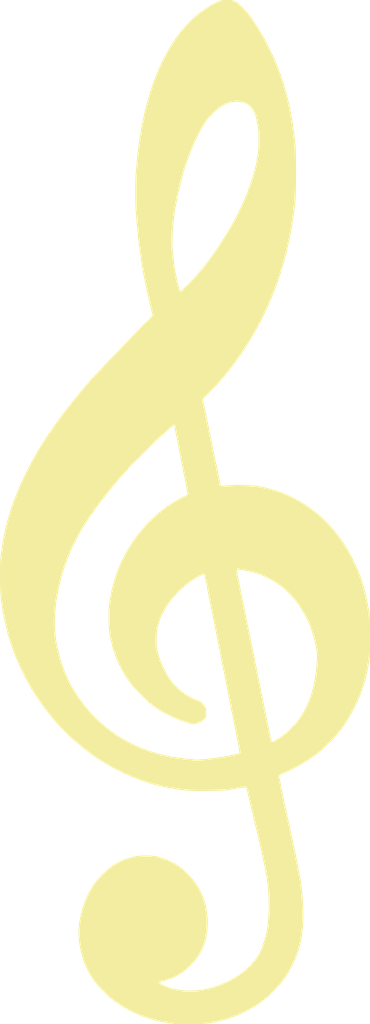
<source format=kicad_pcb>
(kicad_pcb (version 4) (host pcbnew 4.0.6)

  (general
    (links 0)
    (no_connects 0)
    (area 0 0 0 0)
    (thickness 1.6)
    (drawings 0)
    (tracks 0)
    (zones 0)
    (modules 1)
    (nets 1)
  )

  (page A4)
  (layers
    (0 F.Cu signal)
    (31 B.Cu signal)
    (32 B.Adhes user)
    (33 F.Adhes user)
    (34 B.Paste user)
    (35 F.Paste user)
    (36 B.SilkS user)
    (37 F.SilkS user)
    (38 B.Mask user)
    (39 F.Mask user)
    (40 Dwgs.User user)
    (41 Cmts.User user)
    (42 Eco1.User user)
    (43 Eco2.User user)
    (44 Edge.Cuts user)
    (45 Margin user)
    (46 B.CrtYd user)
    (47 F.CrtYd user)
    (48 B.Fab user)
    (49 F.Fab user)
  )

  (setup
    (last_trace_width 0.25)
    (trace_clearance 0.2)
    (zone_clearance 0.508)
    (zone_45_only no)
    (trace_min 0.2)
    (segment_width 0.2)
    (edge_width 0.15)
    (via_size 0.6)
    (via_drill 0.4)
    (via_min_size 0.4)
    (via_min_drill 0.3)
    (uvia_size 0.3)
    (uvia_drill 0.1)
    (uvias_allowed no)
    (uvia_min_size 0.2)
    (uvia_min_drill 0.1)
    (pcb_text_width 0.3)
    (pcb_text_size 1.5 1.5)
    (mod_edge_width 0.15)
    (mod_text_size 1 1)
    (mod_text_width 0.15)
    (pad_size 1.524 1.524)
    (pad_drill 0.762)
    (pad_to_mask_clearance 0.2)
    (aux_axis_origin 0 0)
    (visible_elements 7FFFFFFF)
    (pcbplotparams
      (layerselection 0x00030_80000001)
      (usegerberextensions false)
      (excludeedgelayer true)
      (linewidth 0.100000)
      (plotframeref false)
      (viasonmask false)
      (mode 1)
      (useauxorigin false)
      (hpglpennumber 1)
      (hpglpenspeed 20)
      (hpglpendiameter 15)
      (hpglpenoverlay 2)
      (psnegative false)
      (psa4output false)
      (plotreference true)
      (plotvalue true)
      (plotinvisibletext false)
      (padsonsilk false)
      (subtractmaskfromsilk false)
      (outputformat 1)
      (mirror false)
      (drillshape 1)
      (scaleselection 1)
      (outputdirectory ""))
  )

  (net 0 "")

  (net_class Default "This is the default net class."
    (clearance 0.2)
    (trace_width 0.25)
    (via_dia 0.6)
    (via_drill 0.4)
    (uvia_dia 0.3)
    (uvia_drill 0.1)
  )

  (module BashPCB:trebleCleffScaled (layer F.Cu) (tedit 0) (tstamp 5A3D5DF9)
    (at 142.4686 111.4806)
    (fp_text reference G*** (at -14.478 -5.8928) (layer F.SilkS) hide
      (effects (font (thickness 0.3)))
    )
    (fp_text value LOGO (at 9.906 -4.318) (layer F.SilkS) hide
      (effects (font (thickness 0.3)))
    )
    (fp_poly (pts (xy 3.230197 -37.337582) (xy 3.347632 -37.335083) (xy 3.433534 -37.328635) (xy 3.500357 -37.316372)
      (xy 3.560557 -37.296426) (xy 3.62659 -37.266932) (xy 3.664187 -37.24875) (xy 3.762466 -37.197911)
      (xy 3.845021 -37.149927) (xy 3.894199 -37.115067) (xy 3.894595 -37.114695) (xy 4.063876 -36.952682)
      (xy 4.197268 -36.821799) (xy 4.301072 -36.715678) (xy 4.38159 -36.627952) (xy 4.416778 -36.586976)
      (xy 4.488151 -36.503104) (xy 4.554409 -36.427655) (xy 4.589665 -36.389225) (xy 4.646985 -36.322983)
      (xy 4.708619 -36.243152) (xy 4.716267 -36.232497) (xy 4.775536 -36.152627) (xy 4.833173 -36.08046)
      (xy 4.839713 -36.072795) (xy 4.879947 -36.020828) (xy 4.896929 -35.988149) (xy 4.89693 -35.988128)
      (xy 4.912783 -35.957695) (xy 4.954143 -35.895405) (xy 5.012315 -35.814305) (xy 5.016874 -35.80815)
      (xy 5.07585 -35.726269) (xy 5.118564 -35.662322) (xy 5.136356 -35.629323) (xy 5.136444 -35.628487)
      (xy 5.151904 -35.597472) (xy 5.191966 -35.536149) (xy 5.235222 -35.475334) (xy 5.28815 -35.400105)
      (xy 5.323998 -35.343165) (xy 5.334 -35.320816) (xy 5.349102 -35.289348) (xy 5.388771 -35.225647)
      (xy 5.444554 -35.14326) (xy 5.446889 -35.139927) (xy 5.503226 -35.056318) (xy 5.543686 -34.989988)
      (xy 5.559761 -34.954913) (xy 5.559778 -34.954467) (xy 5.573905 -34.918655) (xy 5.610208 -34.852858)
      (xy 5.642392 -34.800471) (xy 5.700684 -34.705737) (xy 5.76425 -34.595206) (xy 5.836703 -34.462067)
      (xy 5.921659 -34.299505) (xy 6.022732 -34.100707) (xy 6.143535 -33.858859) (xy 6.167657 -33.810223)
      (xy 6.28716 -33.568687) (xy 6.383591 -33.372829) (xy 6.459205 -33.217885) (xy 6.516254 -33.099088)
      (xy 6.556992 -33.011672) (xy 6.583674 -32.950873) (xy 6.598552 -32.911924) (xy 6.603881 -32.890059)
      (xy 6.604 -32.887518) (xy 6.615189 -32.849621) (xy 6.645219 -32.773722) (xy 6.688785 -32.672839)
      (xy 6.716058 -32.612586) (xy 6.766439 -32.498971) (xy 6.807593 -32.398631) (xy 6.833459 -32.326692)
      (xy 6.838718 -32.306387) (xy 6.846409 -32.267856) (xy 6.858588 -32.226668) (xy 6.879997 -32.170184)
      (xy 6.915377 -32.085765) (xy 6.961402 -31.979322) (xy 6.997461 -31.888917) (xy 7.021475 -31.814447)
      (xy 7.02749 -31.781767) (xy 7.037374 -31.737808) (xy 7.064011 -31.65435) (xy 7.103079 -31.544257)
      (xy 7.140379 -31.445652) (xy 7.186259 -31.323579) (xy 7.223145 -31.217919) (xy 7.246725 -31.141507)
      (xy 7.253111 -31.110049) (xy 7.261003 -31.066048) (xy 7.28243 -30.980896) (xy 7.314022 -30.867293)
      (xy 7.348374 -30.751175) (xy 7.390386 -30.609779) (xy 7.429467 -30.472696) (xy 7.46058 -30.357885)
      (xy 7.475806 -30.296556) (xy 7.496 -30.210965) (xy 7.525781 -30.088438) (xy 7.560798 -29.946734)
      (xy 7.589815 -29.830889) (xy 7.664971 -29.506534) (xy 7.739979 -29.131594) (xy 7.813904 -28.711927)
      (xy 7.885813 -28.253387) (xy 7.95477 -27.76183) (xy 8.019843 -27.243111) (xy 8.06252 -26.867556)
      (xy 8.074674 -26.721648) (xy 8.085187 -26.526917) (xy 8.094061 -26.290455) (xy 8.101295 -26.019352)
      (xy 8.106889 -25.720697) (xy 8.110844 -25.401583) (xy 8.113161 -25.069099) (xy 8.113838 -24.730336)
      (xy 8.112877 -24.392384) (xy 8.110279 -24.062335) (xy 8.106042 -23.747277) (xy 8.100168 -23.454303)
      (xy 8.092656 -23.190502) (xy 8.083507 -22.962966) (xy 8.072722 -22.778784) (xy 8.062362 -22.662445)
      (xy 7.981037 -21.985844) (xy 7.895737 -21.362709) (xy 7.806566 -20.793688) (xy 7.71363 -20.27943)
      (xy 7.617031 -19.820583) (xy 7.574932 -19.642667) (xy 7.537983 -19.488236) (xy 7.505184 -19.343962)
      (xy 7.479435 -19.223131) (xy 7.463635 -19.139026) (xy 7.460972 -19.120556) (xy 7.445645 -19.027538)
      (xy 7.425676 -18.946431) (xy 7.422584 -18.937112) (xy 7.389405 -18.836891) (xy 7.35297 -18.717388)
      (xy 7.317211 -18.592784) (xy 7.286061 -18.47726) (xy 7.263451 -18.384995) (xy 7.253313 -18.33017)
      (xy 7.253111 -18.325934) (xy 7.244184 -18.279651) (xy 7.219887 -18.192752) (xy 7.183946 -18.077738)
      (xy 7.140748 -17.949016) (xy 7.096633 -17.815716) (xy 7.060562 -17.695316) (xy 7.036364 -17.601387)
      (xy 7.027859 -17.548833) (xy 7.020055 -17.487797) (xy 7.005063 -17.459124) (xy 6.987743 -17.427793)
      (xy 6.959292 -17.354734) (xy 6.924342 -17.252419) (xy 6.902216 -17.182291) (xy 6.853465 -17.031926)
      (xy 6.793445 -16.85941) (xy 6.732673 -16.694664) (xy 6.712819 -16.643484) (xy 6.667506 -16.524601)
      (xy 6.63143 -16.422222) (xy 6.609078 -16.349549) (xy 6.604 -16.323283) (xy 6.590943 -16.267118)
      (xy 6.562829 -16.203911) (xy 6.519563 -16.118825) (xy 6.475313 -16.021851) (xy 6.437174 -15.92984)
      (xy 6.412241 -15.859642) (xy 6.406444 -15.832493) (xy 6.395039 -15.794509) (xy 6.364453 -15.718819)
      (xy 6.32013 -15.618509) (xy 6.293556 -15.561164) (xy 6.244348 -15.453998) (xy 6.206001 -15.365486)
      (xy 6.183922 -15.308372) (xy 6.180667 -15.295243) (xy 6.168455 -15.256567) (xy 6.134061 -15.174861)
      (xy 6.080848 -15.057429) (xy 6.012182 -14.911574) (xy 5.931424 -14.7446) (xy 5.866088 -14.612201)
      (xy 5.816837 -14.510286) (xy 5.779214 -14.426853) (xy 5.759134 -14.375252) (xy 5.757333 -14.366769)
      (xy 5.743938 -14.330452) (xy 5.70879 -14.260845) (xy 5.659448 -14.172898) (xy 5.658556 -14.171375)
      (xy 5.608695 -14.080432) (xy 5.573189 -14.004474) (xy 5.559778 -13.960212) (xy 5.54132 -13.904105)
      (xy 5.523547 -13.880294) (xy 5.480971 -13.82528) (xy 5.430768 -13.745246) (xy 5.382901 -13.658253)
      (xy 5.347331 -13.582364) (xy 5.334 -13.536602) (xy 5.315328 -13.482723) (xy 5.292134 -13.452388)
      (xy 5.25915 -13.407729) (xy 5.210798 -13.328565) (xy 5.156809 -13.230949) (xy 5.149779 -13.217539)
      (xy 5.085648 -13.099221) (xy 5.006272 -12.959616) (xy 4.926695 -12.825067) (xy 4.910665 -12.798778)
      (xy 4.845119 -12.690716) (xy 4.787445 -12.593286) (xy 4.746635 -12.521773) (xy 4.736332 -12.502445)
      (xy 4.700614 -12.441812) (xy 4.644549 -12.356806) (xy 4.593979 -12.284928) (xy 4.538801 -12.20518)
      (xy 4.500269 -12.142403) (xy 4.487333 -12.11242) (xy 4.47153 -12.076209) (xy 4.431656 -12.014619)
      (xy 4.409722 -11.984699) (xy 4.350361 -11.902965) (xy 4.276827 -11.796724) (xy 4.200246 -11.682612)
      (xy 4.131745 -11.577262) (xy 4.082448 -11.49731) (xy 4.074981 -11.484234) (xy 4.031791 -11.420663)
      (xy 3.985946 -11.365443) (xy 3.929772 -11.295518) (xy 3.876187 -11.215727) (xy 3.835947 -11.154847)
      (xy 3.771704 -11.064749) (xy 3.694368 -10.960568) (xy 3.654778 -10.908672) (xy 3.576809 -10.806625)
      (xy 3.507924 -10.714937) (xy 3.458225 -10.647125) (xy 3.443111 -10.625477) (xy 3.350454 -10.498169)
      (xy 3.236825 -10.358702) (xy 3.128931 -10.238833) (xy 3.074263 -10.179366) (xy 3.042895 -10.140495)
      (xy 3.039837 -10.131778) (xy 3.030418 -10.111968) (xy 2.990892 -10.05833) (xy 2.928279 -9.979554)
      (xy 2.849598 -9.88433) (xy 2.761865 -9.781349) (xy 2.6965 -9.706675) (xy 2.626948 -9.628023)
      (xy 2.535063 -9.523839) (xy 2.43574 -9.41102) (xy 2.385523 -9.353898) (xy 2.288973 -9.246048)
      (xy 2.192022 -9.141182) (xy 2.109249 -9.05493) (xy 2.075079 -9.021115) (xy 2.013731 -8.957994)
      (xy 1.974881 -8.909463) (xy 1.967151 -8.891107) (xy 1.949456 -8.864075) (xy 1.902686 -8.832318)
      (xy 1.840557 -8.782749) (xy 1.780941 -8.710901) (xy 1.774513 -8.700914) (xy 1.714358 -8.624467)
      (xy 1.646526 -8.568384) (xy 1.586759 -8.544662) (xy 1.571291 -8.546037) (xy 1.559195 -8.536024)
      (xy 1.562373 -8.529519) (xy 1.566788 -8.500648) (xy 1.541347 -8.463288) (xy 1.478921 -8.408965)
      (xy 1.428733 -8.370645) (xy 1.366898 -8.321872) (xy 1.33587 -8.280986) (xy 1.327437 -8.227166)
      (xy 1.33339 -8.139588) (xy 1.334203 -8.130916) (xy 1.346859 -8.04154) (xy 1.370421 -7.914344)
      (xy 1.401549 -7.766124) (xy 1.436903 -7.613676) (xy 1.437721 -7.610326) (xy 1.472718 -7.463033)
      (xy 1.50374 -7.324655) (xy 1.527567 -7.210089) (xy 1.540977 -7.13423) (xy 1.541469 -7.130548)
      (xy 1.553157 -7.06132) (xy 1.575086 -6.950394) (xy 1.60451 -6.811003) (xy 1.638679 -6.656378)
      (xy 1.653162 -6.592784) (xy 1.686978 -6.441744) (xy 1.715629 -6.306375) (xy 1.736846 -6.197977)
      (xy 1.748362 -6.127855) (xy 1.749778 -6.111276) (xy 1.756081 -6.061721) (xy 1.773314 -5.969768)
      (xy 1.798966 -5.847838) (xy 1.830523 -5.708352) (xy 1.835996 -5.685048) (xy 1.871899 -5.52867)
      (xy 1.905866 -5.373044) (xy 1.934063 -5.236213) (xy 1.952617 -5.136445) (xy 1.969852 -5.041631)
      (xy 1.99627 -4.907432) (xy 2.028691 -4.749534) (xy 2.063932 -4.583625) (xy 2.075665 -4.529667)
      (xy 2.109736 -4.370926) (xy 2.140675 -4.221151) (xy 2.165766 -4.093898) (xy 2.182293 -4.002724)
      (xy 2.185906 -3.979334) (xy 2.198983 -3.905588) (xy 2.222696 -3.791068) (xy 2.254006 -3.649761)
      (xy 2.289876 -3.495657) (xy 2.301195 -3.448512) (xy 2.336065 -3.299937) (xy 2.365437 -3.166329)
      (xy 2.386869 -3.059457) (xy 2.39792 -2.991089) (xy 2.398889 -2.97766) (xy 2.405319 -2.925662)
      (xy 2.42289 -2.831643) (xy 2.44902 -2.708332) (xy 2.48113 -2.568458) (xy 2.4858 -2.548927)
      (xy 2.520537 -2.39776) (xy 2.551336 -2.251598) (xy 2.574907 -2.126859) (xy 2.58796 -2.039962)
      (xy 2.588137 -2.038284) (xy 2.600468 -1.9509) (xy 2.617177 -1.909139) (xy 2.643191 -1.902182)
      (xy 2.649392 -1.903838) (xy 2.708876 -1.91564) (xy 2.809746 -1.927986) (xy 2.943708 -1.940466)
      (xy 3.102466 -1.952669) (xy 3.277726 -1.964185) (xy 3.461191 -1.974603) (xy 3.644568 -1.983512)
      (xy 3.819561 -1.990501) (xy 3.977875 -1.99516) (xy 4.111215 -1.997078) (xy 4.211286 -1.995845)
      (xy 4.269793 -1.991049) (xy 4.281274 -1.98463) (xy 4.291845 -1.968399) (xy 4.343806 -1.969181)
      (xy 4.421008 -1.973001) (xy 4.541966 -1.970118) (xy 4.69453 -1.9616) (xy 4.866547 -1.94851)
      (xy 5.045867 -1.931914) (xy 5.220339 -1.912879) (xy 5.37781 -1.892468) (xy 5.50613 -1.871747)
      (xy 5.545667 -1.863809) (xy 5.684471 -1.834097) (xy 5.82627 -1.804502) (xy 5.945309 -1.780385)
      (xy 5.969 -1.77574) (xy 6.083614 -1.749726) (xy 6.227748 -1.711297) (xy 6.391634 -1.663665)
      (xy 6.565499 -1.61004) (xy 6.739573 -1.553633) (xy 6.904086 -1.497654) (xy 7.049266 -1.445315)
      (xy 7.165342 -1.399826) (xy 7.242545 -1.364398) (xy 7.265811 -1.349596) (xy 7.317406 -1.327642)
      (xy 7.330918 -1.326445) (xy 7.372047 -1.31481) (xy 7.448941 -1.283342) (xy 7.551204 -1.237199)
      (xy 7.668436 -1.181539) (xy 7.790241 -1.121519) (xy 7.90622 -1.062297) (xy 8.005976 -1.00903)
      (xy 8.07911 -0.966876) (xy 8.115225 -0.940993) (xy 8.117078 -0.936494) (xy 8.130522 -0.918609)
      (xy 8.173391 -0.90933) (xy 8.231191 -0.891171) (xy 8.316513 -0.849001) (xy 8.41112 -0.79186)
      (xy 8.413241 -0.790454) (xy 8.499843 -0.734997) (xy 8.568764 -0.694661) (xy 8.606212 -0.677471)
      (xy 8.607608 -0.677334) (xy 8.64291 -0.660643) (xy 8.700297 -0.619254) (xy 8.715913 -0.606447)
      (xy 8.790239 -0.549183) (xy 8.859859 -0.503491) (xy 8.866245 -0.499943) (xy 8.977255 -0.434757)
      (xy 9.06736 -0.371699) (xy 9.126128 -0.318753) (xy 9.143651 -0.287613) (xy 9.157305 -0.262571)
      (xy 9.167508 -0.265198) (xy 9.205832 -0.261635) (xy 9.263374 -0.231064) (xy 9.323098 -0.186374)
      (xy 9.367971 -0.140456) (xy 9.38096 -0.106201) (xy 9.380094 -0.10432) (xy 9.374658 -0.085206)
      (xy 9.383071 -0.090726) (xy 9.420956 -0.088425) (xy 9.492058 -0.049177) (xy 9.591344 0.022454)
      (xy 9.713785 0.121907) (xy 9.854346 0.244618) (xy 10.007998 0.386025) (xy 10.169707 0.541566)
      (xy 10.334441 0.706678) (xy 10.49717 0.876799) (xy 10.65286 1.047365) (xy 10.710333 1.112732)
      (xy 10.793018 1.207341) (xy 10.867941 1.292141) (xy 10.922894 1.353348) (xy 10.93619 1.367754)
      (xy 10.992846 1.435812) (xy 11.046864 1.51125) (xy 11.105997 1.592294) (xy 11.172936 1.671355)
      (xy 11.173785 1.672263) (xy 11.22116 1.728451) (xy 11.245636 1.768417) (xy 11.246556 1.773057)
      (xy 11.264535 1.808604) (xy 11.297483 1.84707) (xy 11.337127 1.894286) (xy 11.398812 1.976227)
      (xy 11.473701 2.080364) (xy 11.55296 2.194171) (xy 11.627753 2.30512) (xy 11.689245 2.400683)
      (xy 11.698111 2.415105) (xy 11.821028 2.619817) (xy 11.938445 2.820733) (xy 12.047115 3.011823)
      (xy 12.143793 3.187058) (xy 12.225232 3.340405) (xy 12.288187 3.465836) (xy 12.32941 3.557319)
      (xy 12.345657 3.608823) (xy 12.344759 3.61643) (xy 12.351516 3.643969) (xy 12.354102 3.645311)
      (xy 12.379262 3.674753) (xy 12.418426 3.738073) (xy 12.462231 3.817767) (xy 12.501314 3.896335)
      (xy 12.52631 3.956272) (xy 12.530667 3.975351) (xy 12.542345 4.01379) (xy 12.573319 4.088229)
      (xy 12.617497 4.184255) (xy 12.629444 4.209029) (xy 12.67598 4.308836) (xy 12.71072 4.391319)
      (xy 12.727535 4.441694) (xy 12.728222 4.447264) (xy 12.738399 4.486774) (xy 12.765892 4.565735)
      (xy 12.806144 4.671567) (xy 12.841111 4.75892) (xy 12.887911 4.877242) (xy 12.925242 4.978748)
      (xy 12.948519 5.050528) (xy 12.954 5.076647) (xy 12.961986 5.118936) (xy 12.983672 5.202509)
      (xy 13.015647 5.314861) (xy 13.050513 5.430605) (xy 13.12945 5.705884) (xy 13.209211 6.019694)
      (xy 13.285874 6.35432) (xy 13.355513 6.692048) (xy 13.414205 7.015165) (xy 13.444887 7.210777)
      (xy 13.461052 7.324718) (xy 13.47452 7.428138) (xy 13.485549 7.527575) (xy 13.494393 7.629569)
      (xy 13.501311 7.74066) (xy 13.506559 7.867386) (xy 13.510393 8.016288) (xy 13.51307 8.193904)
      (xy 13.514846 8.406774) (xy 13.515979 8.661438) (xy 13.516725 8.964434) (xy 13.516875 9.045222)
      (xy 13.517125 9.38049) (xy 13.516487 9.664767) (xy 13.514823 9.903502) (xy 13.512 10.102142)
      (xy 13.507881 10.266137) (xy 13.50233 10.400935) (xy 13.495213 10.511984) (xy 13.486392 10.604732)
      (xy 13.47612 10.682111) (xy 13.451555 10.843221) (xy 13.423484 11.028167) (xy 13.396759 11.204961)
      (xy 13.38837 11.260666) (xy 13.360632 11.421566) (xy 13.324797 11.597007) (xy 13.287043 11.757574)
      (xy 13.272801 11.811) (xy 13.235217 11.949468) (xy 13.198385 12.091895) (xy 13.168873 12.212708)
      (xy 13.162912 12.23875) (xy 13.132113 12.358287) (xy 13.090262 12.498136) (xy 13.050805 12.615478)
      (xy 13.00861 12.736564) (xy 12.968935 12.857319) (xy 12.940917 12.949727) (xy 12.897786 13.081863)
      (xy 12.832614 13.252919) (xy 12.750292 13.452213) (xy 12.655713 13.66906) (xy 12.553766 13.892776)
      (xy 12.449343 14.112677) (xy 12.347334 14.318079) (xy 12.252632 14.498299) (xy 12.170127 14.642651)
      (xy 12.15393 14.668802) (xy 12.112225 14.739459) (xy 12.086525 14.791706) (xy 12.083211 14.802555)
      (xy 12.059147 14.830057) (xy 12.053241 14.830777) (xy 12.01173 14.849066) (xy 12.003852 14.856469)
      (xy 11.999849 14.869159) (xy 12.015611 14.861859) (xy 12.046932 14.852911) (xy 12.050889 14.858327)
      (xy 12.035854 14.894405) (xy 11.999491 14.954873) (xy 11.954908 15.019404) (xy 11.917199 15.065626)
      (xy 11.886261 15.116175) (xy 11.881556 15.138919) (xy 11.864278 15.184099) (xy 11.822705 15.242407)
      (xy 11.822418 15.242737) (xy 11.765242 15.319769) (xy 11.720476 15.395222) (xy 11.678258 15.4644)
      (xy 11.615098 15.552455) (xy 11.567947 15.611952) (xy 11.509916 15.684801) (xy 11.470144 15.740477)
      (xy 11.458222 15.763743) (xy 11.456557 15.772607) (xy 11.448686 15.787155) (xy 11.430297 15.81268)
      (xy 11.397077 15.854478) (xy 11.344713 15.917843) (xy 11.268893 16.008071) (xy 11.165304 16.130456)
      (xy 11.029634 16.290295) (xy 11.022807 16.298333) (xy 10.83037 16.515368) (xy 10.612764 16.744725)
      (xy 10.3849 16.97152) (xy 10.161693 17.180869) (xy 9.976556 17.34253) (xy 9.88833 17.417785)
      (xy 9.818177 17.48065) (xy 9.776456 17.5217) (xy 9.769593 17.530832) (xy 9.737197 17.553404)
      (xy 9.728603 17.554222) (xy 9.689879 17.572253) (xy 9.631404 17.617322) (xy 9.61101 17.635901)
      (xy 9.553073 17.684516) (xy 9.46122 17.754366) (xy 9.348678 17.83564) (xy 9.242961 17.908868)
      (xy 9.129885 17.986477) (xy 9.032085 18.055304) (xy 8.960206 18.107742) (xy 8.925294 18.135785)
      (xy 8.869783 18.173138) (xy 8.826333 18.191434) (xy 8.761824 18.221863) (xy 8.685597 18.270618)
      (xy 8.673817 18.279362) (xy 8.60633 18.320535) (xy 8.568437 18.320257) (xy 8.566033 18.317174)
      (xy 8.534752 18.299117) (xy 8.509269 18.319434) (xy 8.509043 18.352403) (xy 8.492696 18.383199)
      (xy 8.438105 18.425332) (xy 8.387866 18.453777) (xy 8.321713 18.487179) (xy 8.215332 18.540942)
      (xy 8.078859 18.609942) (xy 7.92243 18.689054) (xy 7.75618 18.773155) (xy 7.732889 18.784938)
      (xy 7.574282 18.864355) (xy 7.431537 18.93426) (xy 7.31272 18.990829) (xy 7.225898 19.030239)
      (xy 7.179137 19.048667) (xy 7.174562 19.04955) (xy 7.130421 19.061874) (xy 7.056144 19.093017)
      (xy 7.00094 19.119628) (xy 6.863535 19.189257) (xy 6.931104 19.493573) (xy 6.962882 19.643797)
      (xy 6.992973 19.798413) (xy 7.017006 19.934403) (xy 7.026414 19.995444) (xy 7.04322 20.095648)
      (xy 7.070223 20.234482) (xy 7.104102 20.395774) (xy 7.141538 20.56335) (xy 7.153633 20.615263)
      (xy 7.188305 20.765895) (xy 7.217716 20.900264) (xy 7.239563 21.007322) (xy 7.251542 21.076019)
      (xy 7.253111 21.092384) (xy 7.259365 21.138349) (xy 7.276573 21.227939) (xy 7.302407 21.34992)
      (xy 7.334536 21.493058) (xy 7.349896 21.55912) (xy 7.387547 21.720681) (xy 7.423703 21.878194)
      (xy 7.45485 22.016198) (xy 7.477475 22.119229) (xy 7.481935 22.140333) (xy 7.501615 22.234653)
      (xy 7.516857 22.307335) (xy 7.523342 22.337888) (xy 7.532541 22.375589) (xy 7.552533 22.455148)
      (xy 7.580085 22.563751) (xy 7.602969 22.653447) (xy 7.633775 22.779776) (xy 7.658226 22.891193)
      (xy 7.673225 22.972919) (xy 7.676444 23.003973) (xy 7.68291 23.053363) (xy 7.700667 23.145731)
      (xy 7.727255 23.269312) (xy 7.760215 23.41234) (xy 7.77273 23.464525) (xy 7.809036 23.618933)
      (xy 7.841427 23.765154) (xy 7.866878 23.888928) (xy 7.882365 23.975997) (xy 7.884413 23.991085)
      (xy 7.896843 24.065596) (xy 7.920303 24.180738) (xy 7.951758 24.322478) (xy 7.988169 24.476784)
      (xy 7.999794 24.52419) (xy 8.035469 24.672849) (xy 8.065522 24.806742) (xy 8.087457 24.914068)
      (xy 8.098778 24.983028) (xy 8.099778 24.996754) (xy 8.105942 25.051929) (xy 8.122606 25.147262)
      (xy 8.147023 25.268044) (xy 8.168837 25.36676) (xy 8.206548 25.532125) (xy 8.23409 25.656079)
      (xy 8.254104 25.752186) (xy 8.269233 25.834005) (xy 8.282119 25.915099) (xy 8.295402 26.00903)
      (xy 8.298784 26.033824) (xy 8.314017 26.138685) (xy 8.328291 26.224858) (xy 8.338519 26.273699)
      (xy 8.338523 26.273713) (xy 8.353922 26.335451) (xy 8.364712 26.387777) (xy 8.375699 26.444352)
      (xy 8.394911 26.541044) (xy 8.419319 26.662659) (xy 8.43791 26.754666) (xy 8.467992 26.921966)
      (xy 8.49623 27.111557) (xy 8.517921 27.290795) (xy 8.523293 27.347333) (xy 8.535415 27.483755)
      (xy 8.551516 27.657344) (xy 8.569799 27.849116) (xy 8.588471 28.040091) (xy 8.595377 28.109333)
      (xy 8.61481 28.345511) (xy 8.629516 28.61262) (xy 8.639473 28.899641) (xy 8.644659 29.195556)
      (xy 8.645049 29.489347) (xy 8.640623 29.769996) (xy 8.631357 30.026485) (xy 8.617228 30.247797)
      (xy 8.60011 30.409444) (xy 8.578001 30.572143) (xy 8.555049 30.743347) (xy 8.534425 30.899307)
      (xy 8.522902 30.988) (xy 8.502152 31.111658) (xy 8.468044 31.273311) (xy 8.424509 31.457222)
      (xy 8.375478 31.647655) (xy 8.324883 31.828872) (xy 8.276656 31.985138) (xy 8.265551 32.018111)
      (xy 8.199141 32.203001) (xy 8.125281 32.394956) (xy 8.04726 32.586737) (xy 7.968363 32.771104)
      (xy 7.891879 32.94082) (xy 7.821094 33.088646) (xy 7.759297 33.207344) (xy 7.709775 33.289675)
      (xy 7.675814 33.328401) (xy 7.669545 33.330444) (xy 7.652712 33.342314) (xy 7.657256 33.348885)
      (xy 7.654239 33.38029) (xy 7.629161 33.43904) (xy 7.592175 33.506131) (xy 7.553435 33.562559)
      (xy 7.530862 33.585433) (xy 7.506923 33.619251) (xy 7.474607 33.684162) (xy 7.466574 33.702792)
      (xy 7.433895 33.770546) (xy 7.406108 33.811096) (xy 7.401116 33.814692) (xy 7.375653 33.840922)
      (xy 7.327506 33.902468) (xy 7.265524 33.987829) (xy 7.241725 34.021888) (xy 7.174556 34.115205)
      (xy 7.115333 34.190746) (xy 7.074079 34.235946) (xy 7.066199 34.242013) (xy 7.031371 34.283913)
      (xy 7.027333 34.303465) (xy 7.007012 34.348038) (xy 6.963072 34.393784) (xy 6.90303 34.452291)
      (xy 6.840888 34.527591) (xy 6.833914 34.537276) (xy 6.786398 34.590861) (xy 6.746898 34.612403)
      (xy 6.738592 34.610526) (xy 6.721266 34.609507) (xy 6.726063 34.620678) (xy 6.713008 34.64927)
      (xy 6.665247 34.708942) (xy 6.589814 34.792772) (xy 6.493741 34.893842) (xy 6.384059 35.005231)
      (xy 6.267802 35.120019) (xy 6.152002 35.231285) (xy 6.04369 35.33211) (xy 5.9499 35.415573)
      (xy 5.877664 35.474755) (xy 5.834014 35.502734) (xy 5.828382 35.504043) (xy 5.791165 35.523175)
      (xy 5.738368 35.569264) (xy 5.731985 35.575865) (xy 5.670913 35.630804) (xy 5.583931 35.698131)
      (xy 5.515886 35.745714) (xy 5.43179 35.804387) (xy 5.364283 35.856603) (xy 5.333167 35.885558)
      (xy 5.288891 35.920673) (xy 5.266954 35.926888) (xy 5.228258 35.942245) (xy 5.160706 35.982039)
      (xy 5.097166 36.024915) (xy 5.020635 36.074859) (xy 4.961915 36.105011) (xy 4.937388 36.109406)
      (xy 4.908271 36.113745) (xy 4.906022 36.117723) (xy 4.875437 36.147283) (xy 4.809058 36.193755)
      (xy 4.721333 36.248332) (xy 4.62671 36.302204) (xy 4.539639 36.346566) (xy 4.506863 36.361041)
      (xy 4.415396 36.404343) (xy 4.332406 36.452514) (xy 4.323418 36.458652) (xy 4.24602 36.504037)
      (xy 4.176889 36.53286) (xy 4.11992 36.554108) (xy 4.02846 36.593032) (xy 3.918775 36.642614)
      (xy 3.874134 36.66353) (xy 3.757985 36.71428) (xy 3.649199 36.754458) (xy 3.565873 36.777621)
      (xy 3.545273 36.780578) (xy 3.484131 36.789671) (xy 3.458842 36.802863) (xy 3.459424 36.805251)
      (xy 3.441219 36.823439) (xy 3.380767 36.852441) (xy 3.290168 36.887826) (xy 3.181525 36.925165)
      (xy 3.066936 36.960027) (xy 2.963333 36.986876) (xy 2.870098 37.009463) (xy 2.741737 37.042001)
      (xy 2.597563 37.079543) (xy 2.497667 37.106128) (xy 2.236943 37.170032) (xy 1.972553 37.221537)
      (xy 1.69536 37.261599) (xy 1.396224 37.291175) (xy 1.066005 37.311222) (xy 0.695565 37.322696)
      (xy 0.395111 37.326205) (xy 0.174474 37.326937) (xy -0.032779 37.326872) (xy -0.218558 37.326071)
      (xy -0.374773 37.324596) (xy -0.493336 37.322506) (xy -0.566156 37.319863) (xy -0.578556 37.318901)
      (xy -0.656099 37.309557) (xy -0.77053 37.294196) (xy -0.902948 37.2754) (xy -0.973667 37.264971)
      (xy -1.12576 37.24297) (xy -1.287072 37.220843) (xy -1.430139 37.202323) (xy -1.472564 37.197178)
      (xy -1.589674 37.178715) (xy -1.739621 37.148099) (xy -1.91301 37.107943) (xy -2.100444 37.060862)
      (xy -2.292525 37.009471) (xy -2.479857 36.956382) (xy -2.653043 36.904212) (xy -2.802687 36.855573)
      (xy -2.919392 36.813081) (xy -2.993761 36.779349) (xy -3.008263 36.769929) (xy -3.046136 36.757774)
      (xy -3.055741 36.762481) (xy -3.08671 36.758365) (xy -3.156356 36.733692) (xy -3.252783 36.692971)
      (xy -3.316968 36.663459) (xy -3.4257 36.61344) (xy -3.516451 36.574305) (xy -3.576403 36.551452)
      (xy -3.591703 36.547777) (xy -3.629838 36.534959) (xy -3.702008 36.501205) (xy -3.793231 36.453567)
      (xy -3.801572 36.449) (xy -3.893441 36.400524) (xy -3.967228 36.365291) (xy -4.008116 36.350333)
      (xy -4.00967 36.350222) (xy -4.050354 36.335585) (xy -4.112589 36.299751) (xy -4.121587 36.293777)
      (xy -4.208083 36.235324) (xy -4.288635 36.180888) (xy -4.351381 36.143119) (xy -4.395319 36.124776)
      (xy -4.398688 36.124444) (xy -4.436635 36.109001) (xy -4.511142 36.066553) (xy -4.612849 36.002924)
      (xy -4.732399 35.923935) (xy -4.839276 35.850316) (xy -4.928697 35.788725) (xy -5.016315 35.730156)
      (xy -5.039318 35.715222) (xy -5.154316 35.636614) (xy -5.281945 35.541354) (xy -5.415144 35.435656)
      (xy -5.485958 35.376555) (xy 5.926667 35.376555) (xy 5.940778 35.390666) (xy 5.954889 35.376555)
      (xy 5.940778 35.362444) (xy 5.926667 35.376555) (xy -5.485958 35.376555) (xy -5.546852 35.325734)
      (xy -5.670005 35.217804) (xy -5.777543 35.11808) (xy -5.862402 35.032776) (xy -5.917522 34.968108)
      (xy -5.93584 34.93029) (xy -5.93487 34.927122) (xy -5.932191 34.911523) (xy -5.940613 34.9176)
      (xy -5.969395 34.90807) (xy -6.026413 34.862653) (xy -6.104149 34.789139) (xy -6.195085 34.69532)
      (xy -6.291706 34.588986) (xy -6.386493 34.477927) (xy -6.47193 34.369936) (xy -6.481892 34.356618)
      (xy -6.564617 34.245766) (xy -6.651233 34.130614) (xy -6.723164 34.035858) (xy -6.723944 34.034838)
      (xy -6.779497 33.959807) (xy -6.817823 33.903375) (xy -6.829778 33.880252) (xy -6.843877 33.849846)
      (xy -6.880713 33.786382) (xy -6.928556 33.70954) (xy -6.979251 33.628003) (xy -7.014885 33.56632)
      (xy -7.027333 33.539093) (xy -7.040174 33.508481) (xy -7.074147 33.442071) (xy -7.122431 33.353102)
      (xy -7.132498 33.33503) (xy -7.184181 33.238664) (xy -7.223713 33.157527) (xy -7.243524 33.107295)
      (xy -7.244298 33.103584) (xy -7.258872 33.056339) (xy -7.290269 32.976314) (xy -7.32678 32.891917)
      (xy -7.402293 32.701538) (xy -7.478138 32.468752) (xy -7.550799 32.207463) (xy -7.616756 31.931578)
      (xy -7.672493 31.655002) (xy -7.714491 31.391641) (xy -7.722772 31.326666) (xy -7.754992 31.003937)
      (xy -7.770126 30.702518) (xy -7.767105 30.411605) (xy -7.744855 30.120396) (xy -7.702307 29.818087)
      (xy -7.638389 29.493874) (xy -7.552029 29.136953) (xy -7.478763 28.865843) (xy -7.427347 28.702554)
      (xy -7.357892 28.51153) (xy -7.275808 28.305215) (xy -7.186507 28.096056) (xy -7.095399 27.896498)
      (xy -7.007895 27.718988) (xy -6.929405 27.575971) (xy -6.892436 27.517114) (xy -6.838167 27.430248)
      (xy -6.79117 27.344917) (xy -6.785672 27.33367) (xy -6.737918 27.251846) (xy -6.677662 27.170152)
      (xy -6.674594 27.166554) (xy -6.628534 27.104194) (xy -6.604848 27.054813) (xy -6.604 27.04821)
      (xy -6.583017 27.004732) (xy -6.550356 26.974293) (xy -6.501822 26.926131) (xy -6.448061 26.853285)
      (xy -6.435418 26.832833) (xy -6.384743 26.763592) (xy -6.333336 26.717987) (xy -6.320302 26.711864)
      (xy -6.279218 26.687608) (xy -6.272962 26.670193) (xy -6.25767 26.638768) (xy -6.21052 26.580524)
      (xy -6.14131 26.505123) (xy -6.059835 26.422223) (xy -5.97589 26.341483) (xy -5.899271 26.272563)
      (xy -5.839773 26.225122) (xy -5.807193 26.20882) (xy -5.805632 26.209368) (xy -5.790277 26.208659)
      (xy -5.795709 26.196625) (xy -5.785285 26.164589) (xy -5.76938 26.147888) (xy -5.757333 26.147888)
      (xy -5.743222 26.162) (xy -5.729111 26.147888) (xy -5.743222 26.133777) (xy -5.757333 26.147888)
      (xy -5.76938 26.147888) (xy -5.737459 26.114371) (xy -5.687181 26.074592) (xy -5.61725 26.021357)
      (xy -5.570974 25.980354) (xy -5.559778 25.964857) (xy -5.537442 25.94135) (xy -5.481027 25.903136)
      (xy -5.449042 25.884379) (xy -5.380105 25.841689) (xy -5.33598 25.806946) (xy -5.329098 25.797767)
      (xy -5.297418 25.766848) (xy -5.223983 25.717574) (xy -5.118434 25.654916) (xy -4.990416 25.583849)
      (xy -4.849569 25.509345) (xy -4.705537 25.436376) (xy -4.567962 25.369915) (xy -4.446486 25.314934)
      (xy -4.350753 25.276408) (xy -4.290405 25.259307) (xy -4.284162 25.258888) (xy -4.236442 25.250004)
      (xy -4.155054 25.226931) (xy -4.075474 25.200758) (xy -3.870806 25.136438) (xy -3.669056 25.089138)
      (xy -3.456714 25.056992) (xy -3.22027 25.038136) (xy -2.946213 25.030704) (xy -2.841654 25.03045)
      (xy -2.580031 25.034522) (xy -2.361597 25.046532) (xy -2.173418 25.068395) (xy -2.002562 25.102026)
      (xy -1.836095 25.14934) (xy -1.6908 25.200827) (xy -1.598804 25.232777) (xy -1.522889 25.253861)
      (xy -1.49037 25.258874) (xy -1.44713 25.271135) (xy -1.364751 25.304467) (xy -1.254074 25.353714)
      (xy -1.12594 25.41372) (xy -0.991192 25.479328) (xy -0.86067 25.545382) (xy -0.745215 25.606725)
      (xy -0.673883 25.64722) (xy -0.387559 25.837095) (xy -0.096386 26.067582) (xy 0.185112 26.326279)
      (xy 0.441253 26.599444) (xy 0.577513 26.759701) (xy 0.678222 26.884682) (xy 0.747144 26.979617)
      (xy 0.78804 27.049732) (xy 0.804673 27.100255) (xy 0.805208 27.105149) (xy 0.824793 27.149743)
      (xy 0.84953 27.157462) (xy 0.884989 27.176596) (xy 0.925857 27.232223) (xy 0.938238 27.25624)
      (xy 0.987549 27.352293) (xy 1.041765 27.445458) (xy 1.046535 27.452936) (xy 1.08667 27.521488)
      (xy 1.110137 27.573572) (xy 1.111726 27.579936) (xy 1.128501 27.626335) (xy 1.162328 27.69654)
      (xy 1.171779 27.714222) (xy 1.268579 27.90672) (xy 1.327896 28.061355) (xy 1.341071 28.11168)
      (xy 1.362464 28.189988) (xy 1.38541 28.248353) (xy 1.386051 28.249518) (xy 1.419219 28.325363)
      (xy 1.457898 28.438406) (xy 1.496769 28.570448) (xy 1.530513 28.703291) (xy 1.553811 28.818735)
      (xy 1.555418 28.829) (xy 1.591698 29.073897) (xy 1.619301 29.27435) (xy 1.639124 29.441543)
      (xy 1.652061 29.586658) (xy 1.659007 29.720877) (xy 1.660858 29.855385) (xy 1.658509 30.001365)
      (xy 1.655947 30.084888) (xy 1.630318 30.479267) (xy 1.582004 30.841993) (xy 1.512214 31.166441)
      (xy 1.422158 31.445985) (xy 1.395739 31.510111) (xy 1.361797 31.601031) (xy 1.338854 31.679444)
      (xy 1.318928 31.732959) (xy 1.279204 31.819219) (xy 1.226125 31.926064) (xy 1.166132 32.041333)
      (xy 1.105667 32.152868) (xy 1.051172 32.24851) (xy 1.009088 32.316097) (xy 0.987507 32.342666)
      (xy 0.959721 32.374485) (xy 0.919721 32.434125) (xy 0.913356 32.444605) (xy 0.837301 32.560148)
      (xy 0.744396 32.684625) (xy 0.648071 32.801282) (xy 0.561758 32.893362) (xy 0.531712 32.920686)
      (xy 0.474334 32.97206) (xy 0.440921 33.007966) (xy 0.437444 33.014888) (xy 0.41939 33.042457)
      (xy 0.374552 33.092391) (xy 0.359833 33.10738) (xy 0.310969 33.153656) (xy 0.284047 33.174123)
      (xy 0.282222 33.173465) (xy 0.264795 33.185159) (xy 0.220038 33.227558) (xy 0.180933 33.267358)
      (xy 0.129261 33.318105) (xy 0.101875 33.33878) (xy 0.101943 33.331009) (xy 0.094445 33.328689)
      (xy 0.054707 33.359666) (xy -0.009352 33.417571) (xy -0.029601 33.436813) (xy -0.107608 33.507888)
      (xy -0.172496 33.560216) (xy -0.211879 33.583934) (xy -0.214916 33.584415) (xy -0.256852 33.600626)
      (xy -0.317059 33.640117) (xy -0.323494 33.645096) (xy -0.389278 33.689012) (xy -0.490876 33.748023)
      (xy -0.61396 33.81474) (xy -0.744206 33.881769) (xy -0.867287 33.941721) (xy -0.968879 33.987205)
      (xy -1.030111 34.009664) (xy -1.094324 34.029106) (xy -1.194524 34.061578) (xy -1.313433 34.10143)
      (xy -1.368778 34.120382) (xy -1.504395 34.16296) (xy -1.64342 34.199739) (xy -1.761763 34.224537)
      (xy -1.792111 34.22903) (xy -1.961444 34.250073) (xy -1.840503 34.313452) (xy -1.768518 34.359061)
      (xy -1.737611 34.396618) (xy -1.73903 34.408331) (xy -1.741205 34.42655) (xy -1.726713 34.420187)
      (xy -1.682188 34.419712) (xy -1.628786 34.44388) (xy -1.569116 34.475789) (xy -1.473448 34.519176)
      (xy -1.354573 34.569062) (xy -1.225285 34.620468) (xy -1.098376 34.668414) (xy -0.986636 34.707923)
      (xy -0.90286 34.734015) (xy -0.863047 34.741926) (xy -0.810692 34.747797) (xy -0.718777 34.763244)
      (xy -0.602829 34.785539) (xy -0.536222 34.799353) (xy -0.332925 34.833411) (xy -0.097968 34.857584)
      (xy 0.156153 34.871888) (xy 0.416942 34.876342) (xy 0.671905 34.870965) (xy 0.908544 34.855774)
      (xy 1.114364 34.830788) (xy 1.274497 34.79671) (xy 1.344619 34.788683) (xy 1.372758 34.804439)
      (xy 1.374249 34.821253) (xy 1.354667 34.812111) (xy 1.33102 34.804694) (xy 1.338145 34.822322)
      (xy 1.372177 34.842708) (xy 1.385299 34.838843) (xy 1.400077 34.80583) (xy 1.396676 34.797475)
      (xy 1.409401 34.7773) (xy 1.459949 34.759315) (xy 1.529718 34.747204) (xy 1.600107 34.74465)
      (xy 1.637263 34.74983) (xy 1.675251 34.751594) (xy 1.677596 34.738923) (xy 1.687857 34.718941)
      (xy 1.721745 34.713333) (xy 1.798438 34.699702) (xy 1.834587 34.685034) (xy 1.886649 34.672335)
      (xy 1.907648 34.689395) (xy 1.911303 34.708532) (xy 1.890889 34.699222) (xy 1.867243 34.691805)
      (xy 1.874367 34.709433) (xy 1.908399 34.729819) (xy 1.921522 34.725954) (xy 1.936801 34.693731)
      (xy 1.933629 34.685769) (xy 1.950933 34.667211) (xy 2.006935 34.6388) (xy 2.086121 34.606405)
      (xy 2.172979 34.575895) (xy 2.251996 34.553138) (xy 2.307658 34.544003) (xy 2.308381 34.544)
      (xy 2.360123 34.532922) (xy 2.431905 34.50603) (xy 2.436957 34.503772) (xy 2.605228 34.42817)
      (xy 2.728113 34.374243) (xy 2.811288 34.339604) (xy 2.860425 34.321868) (xy 2.8782 34.318222)
      (xy 2.913048 34.305806) (xy 2.98555 34.272639) (xy 3.083723 34.224844) (xy 3.195585 34.168545)
      (xy 3.309152 34.109863) (xy 3.412442 34.054922) (xy 3.493472 34.009844) (xy 3.54026 33.980753)
      (xy 3.543322 33.978365) (xy 3.592835 33.961202) (xy 3.615569 33.967375) (xy 3.636147 33.971953)
      (xy 3.629127 33.955494) (xy 3.63365 33.920753) (xy 3.660044 33.904497) (xy 3.710743 33.878631)
      (xy 3.787127 33.831303) (xy 3.845343 33.791807) (xy 3.921715 33.740693) (xy 3.980264 33.706386)
      (xy 4.003247 33.697333) (xy 4.037644 33.678381) (xy 4.080793 33.637603) (xy 4.142806 33.578855)
      (xy 4.219017 33.52022) (xy 4.295126 33.470973) (xy 4.356836 33.440387) (xy 4.389491 33.437391)
      (xy 4.399431 33.438066) (xy 4.393588 33.425683) (xy 4.405642 33.395436) (xy 4.450955 33.340152)
      (xy 4.518785 33.27015) (xy 4.598389 33.195748) (xy 4.679027 33.127262) (xy 4.749957 33.075012)
      (xy 4.773393 33.060866) (xy 4.809758 33.031533) (xy 4.811546 33.014953) (xy 4.820372 32.987684)
      (xy 4.860216 32.934489) (xy 4.902383 32.888004) (xy 5.00046 32.783378) (xy 5.089061 32.683059)
      (xy 5.160466 32.596373) (xy 5.206951 32.532646) (xy 5.221111 32.503081) (xy 5.237829 32.46693)
      (xy 5.279255 32.40911) (xy 5.291697 32.393928) (xy 5.335057 32.331903) (xy 5.391101 32.237181)
      (xy 5.453527 32.122302) (xy 5.516033 31.999806) (xy 5.572316 31.882231) (xy 5.616075 31.782118)
      (xy 5.641008 31.712007) (xy 5.644444 31.692055) (xy 5.654321 31.628241) (xy 5.674651 31.561337)
      (xy 5.695228 31.503083) (xy 5.702302 31.474541) (xy 5.702301 31.474537) (xy 5.712041 31.447268)
      (xy 5.739163 31.390982) (xy 5.741678 31.386098) (xy 5.771477 31.312875) (xy 5.810187 31.194177)
      (xy 5.855056 31.039755) (xy 5.903331 30.859362) (xy 5.95226 30.662748) (xy 5.983239 30.530305)
      (xy 6.008057 30.394916) (xy 6.032385 30.213409) (xy 6.055441 29.996107) (xy 6.076442 29.753337)
      (xy 6.094608 29.495422) (xy 6.109155 29.232688) (xy 6.119303 28.975459) (xy 6.12427 28.734061)
      (xy 6.124636 28.663076) (xy 6.115167 28.121691) (xy 6.084699 27.595642) (xy 6.031649 27.071535)
      (xy 5.954434 26.535975) (xy 5.851471 25.975568) (xy 5.752336 25.512888) (xy 5.717792 25.355836)
      (xy 5.685612 25.201912) (xy 5.659178 25.067795) (xy 5.641874 24.970166) (xy 5.640701 24.962555)
      (xy 5.623383 24.869097) (xy 5.594851 24.738294) (xy 5.559003 24.587182) (xy 5.519737 24.432801)
      (xy 5.518028 24.426333) (xy 5.482054 24.285893) (xy 5.45241 24.161366) (xy 5.431807 24.06481)
      (xy 5.422957 24.008285) (xy 5.422831 24.003) (xy 5.416387 23.949427) (xy 5.39756 23.859745)
      (xy 5.370193 23.751908) (xy 5.36548 23.734888) (xy 5.328085 23.59577) (xy 5.289583 23.443589)
      (xy 5.261626 23.325666) (xy 5.23713 23.221556) (xy 5.202585 23.080721) (xy 5.162426 22.92099)
      (xy 5.12109 22.760191) (xy 5.117681 22.747111) (xy 5.078733 22.593516) (xy 5.043229 22.445644)
      (xy 5.014753 22.318949) (xy 4.996887 22.228889) (xy 4.995299 22.219208) (xy 4.975649 22.113187)
      (xy 4.952362 22.013938) (xy 4.942317 21.979319) (xy 4.907525 21.863993) (xy 4.871487 21.732479)
      (xy 4.839333 21.604726) (xy 4.816195 21.500683) (xy 4.809494 21.463) (xy 4.798794 21.407669)
      (xy 4.777229 21.308704) (xy 4.747334 21.177302) (xy 4.711642 21.024659) (xy 4.684926 20.912666)
      (xy 4.644728 20.743068) (xy 4.606777 20.578482) (xy 4.574198 20.432791) (xy 4.550118 20.319876)
      (xy 4.541189 20.27439) (xy 4.518158 20.157419) (xy 4.495772 20.087095) (xy 4.465047 20.054447)
      (xy 4.416996 20.050505) (xy 4.342633 20.066299) (xy 4.334725 20.068285) (xy 4.233065 20.086288)
      (xy 4.177452 20.077013) (xy 4.172734 20.073133) (xy 4.125428 20.062497) (xy 4.059905 20.086384)
      (xy 3.979563 20.112294) (xy 3.907005 20.115198) (xy 3.85535 20.112324) (xy 3.838222 20.122551)
      (xy 3.812165 20.134879) (xy 3.741567 20.152505) (xy 3.637784 20.1729) (xy 3.534833 20.190081)
      (xy 3.383536 20.213568) (xy 3.227896 20.237783) (xy 3.091548 20.25905) (xy 3.033889 20.26807)
      (xy 2.962363 20.275164) (xy 2.841681 20.282337) (xy 2.679131 20.289353) (xy 2.481998 20.295976)
      (xy 2.257572 20.301969) (xy 2.013138 20.307098) (xy 1.755985 20.311126) (xy 1.671655 20.31215)
      (xy 1.309794 20.315269) (xy 0.996136 20.31555) (xy 0.722488 20.312519) (xy 0.480658 20.305699)
      (xy 0.262453 20.294617) (xy 0.059681 20.278796) (xy -0.13585 20.257762) (xy -0.332332 20.231039)
      (xy -0.537959 20.198151) (xy -0.66008 20.176878) (xy -0.814579 20.150409) (xy -0.97502 20.124693)
      (xy -1.117797 20.103441) (xy -1.185333 20.094353) (xy -1.303236 20.075378) (xy -1.453177 20.045332)
      (xy -1.612991 20.008878) (xy -1.718292 19.982199) (xy -1.848844 19.948475) (xy -1.962181 19.921105)
      (xy -2.045601 19.903033) (xy -2.085181 19.897151) (xy -2.126834 19.889059) (xy -2.212015 19.866466)
      (xy -2.330604 19.832419) (xy -2.472482 19.789964) (xy -2.627529 19.74215) (xy -2.785627 19.692024)
      (xy -2.936656 19.642633) (xy -2.991556 19.624195) (xy -3.212285 19.548718) (xy -3.388196 19.486852)
      (xy -3.528304 19.435229) (xy -3.641621 19.390484) (xy -3.737161 19.349253) (xy -3.775989 19.33131)
      (xy -3.870966 19.28914) (xy -3.94928 19.259054) (xy -3.993997 19.247555) (xy -3.99403 19.247555)
      (xy -4.046063 19.234497) (xy -4.106941 19.203077) (xy -4.159275 19.16492) (xy -4.185674 19.131656)
      (xy -4.183843 19.120633) (xy -4.183664 19.111176) (xy -4.200458 19.119181) (xy -4.249621 19.122357)
      (xy -4.319563 19.100756) (xy -4.327458 19.09702) (xy -4.402182 19.060966) (xy -4.502889 19.013257)
      (xy -4.581711 18.976369) (xy -4.668908 18.932036) (xy -4.733119 18.892309) (xy -4.758779 18.868043)
      (xy -4.79308 18.842145) (xy -4.844082 18.830365) (xy -4.905813 18.812784) (xy -4.994235 18.772949)
      (xy -5.079928 18.725488) (xy -5.16679 18.675293) (xy -5.236428 18.639721) (xy -5.272939 18.626666)
      (xy -5.314393 18.611166) (xy -5.362014 18.584333) (xy -5.305778 18.584333) (xy -5.291667 18.598444)
      (xy -5.277556 18.584333) (xy -5.291667 18.570222) (xy -5.305778 18.584333) (xy -5.362014 18.584333)
      (xy -5.38639 18.570598) (xy -5.474392 18.513864) (xy -5.563864 18.449863) (xy -5.572574 18.44322)
      (xy -5.624019 18.410464) (xy -5.651556 18.400888) (xy -5.68477 18.386979) (xy -5.753477 18.350086)
      (xy -5.845507 18.29746) (xy -5.948691 18.236352) (xy -6.050857 18.174012) (xy -6.139837 18.117692)
      (xy -6.20346 18.074642) (xy -6.219094 18.062753) (xy -6.276741 18.013752) (xy -6.307456 17.985955)
      (xy -6.346884 17.966138) (xy -6.362286 17.971026) (xy -6.391452 17.970114) (xy -6.400923 17.959464)
      (xy -6.43197 17.930945) (xy -6.498454 17.880461) (xy -6.588509 17.816842) (xy -6.634185 17.785865)
      (xy -6.733762 17.717098) (xy -6.817753 17.655259) (xy -6.873039 17.610163) (xy -6.884586 17.598527)
      (xy -6.926658 17.561919) (xy -6.94802 17.554222) (xy -6.984054 17.537663) (xy -7.044994 17.495681)
      (xy -7.07862 17.469285) (xy -7.145793 17.415318) (xy -7.242412 17.338856) (xy -7.353258 17.251907)
      (xy -7.422444 17.198005) (xy -7.523222 17.117792) (xy -7.607682 17.046967) (xy -7.665401 16.994486)
      (xy -7.684902 16.972497) (xy -7.711493 16.947444) (xy -3.81 16.947444) (xy -3.795889 16.961555)
      (xy -3.781778 16.947444) (xy -3.795889 16.933333) (xy -3.81 16.947444) (xy -7.711493 16.947444)
      (xy -7.721929 16.937612) (xy -7.73842 16.933333) (xy -7.774144 16.915571) (xy -7.836303 16.869312)
      (xy -7.901502 16.813388) (xy -7.984357 16.738563) (xy -8.09072 16.643043) (xy -8.097476 16.637)
      (xy -8.071556 16.637) (xy -8.057444 16.651111) (xy -8.043333 16.637) (xy -8.057444 16.622888)
      (xy -8.071556 16.637) (xy -8.097476 16.637) (xy -8.201891 16.54361) (xy -8.239587 16.51)
      (xy -8.332196 16.424456) (xy -8.454172 16.307352) (xy -8.596098 16.168132) (xy -8.748556 16.016244)
      (xy -8.902128 15.861135) (xy -9.047396 15.712251) (xy -9.174943 15.57904) (xy -9.274392 15.472004)
      (xy -9.355593 15.384003) (xy -9.439145 15.295823) (xy -9.475611 15.258333) (xy -9.530588 15.19629)
      (xy -9.563334 15.147047) (xy -9.567333 15.133763) (xy -9.58772 15.092944) (xy -9.616722 15.065211)
      (xy -9.661147 15.022371) (xy -9.732123 14.942575) (xy -9.822723 14.83431) (xy -9.926016 14.706063)
      (xy -10.035074 14.56632) (xy -10.142968 14.423569) (xy -10.165688 14.392837) (xy -10.239693 14.294833)
      (xy -10.306024 14.21151) (xy -10.354444 14.155542) (xy -10.367926 14.142437) (xy -10.405722 14.095844)
      (xy -10.414 14.068777) (xy -10.385778 14.068777) (xy -10.371667 14.082888) (xy -10.357556 14.068777)
      (xy -10.371667 14.054666) (xy -10.385778 14.068777) (xy -10.414 14.068777) (xy -10.433757 14.022302)
      (xy -10.455729 13.998723) (xy -10.489929 13.959904) (xy -10.544285 13.887027) (xy -10.608769 13.793732)
      (xy -10.629484 13.762434) (xy -10.694275 13.667432) (xy -10.751513 13.59055) (xy -10.791561 13.544505)
      (xy -10.799422 13.538208) (xy -10.824058 13.504333) (xy -10.809111 13.504333) (xy -10.795 13.518444)
      (xy -10.780889 13.504333) (xy -10.795 13.490222) (xy -10.809111 13.504333) (xy -10.824058 13.504333)
      (xy -10.832077 13.493307) (xy -10.837333 13.464053) (xy -10.857774 13.403014) (xy -10.879744 13.377269)
      (xy -10.912858 13.337259) (xy -10.963575 13.261852) (xy -11.022522 13.165229) (xy -11.040582 13.133924)
      (xy -11.096461 13.03941) (xy -11.143092 12.967317) (xy -11.172925 12.929066) (xy -11.178191 12.925777)
      (xy -11.200299 12.902358) (xy -11.22949 12.8449) (xy -11.233948 12.834055) (xy -11.274713 12.746778)
      (xy -11.318224 12.671777) (xy -11.35311 12.614889) (xy -11.404851 12.52426) (xy -11.464211 12.416198)
      (xy -11.486053 12.375444) (xy -11.544208 12.269209) (xy -11.596772 12.178607) (xy -11.635315 12.117966)
      (xy -11.64509 12.105111) (xy -11.677093 12.056684) (xy -11.684 12.033344) (xy -11.696183 11.999627)
      (xy -11.72966 11.925514) (xy -11.779824 11.82076) (xy -11.842069 11.695121) (xy -11.867444 11.644889)
      (xy -11.932804 11.515313) (xy -11.987889 11.404454) (xy -12.028139 11.321616) (xy -12.048996 11.276104)
      (xy -12.050889 11.270491) (xy -12.031616 11.269867) (xy -12.015611 11.277636) (xy -11.996198 11.283263)
      (xy -12.003852 11.272246) (xy -12.050521 11.247431) (xy -12.060296 11.246441) (xy -12.088046 11.222659)
      (xy -12.095497 11.189996) (xy -12.108374 11.139077) (xy -12.140546 11.053942) (xy -12.185767 10.95071)
      (xy -12.199321 10.922) (xy -12.26094 10.789755) (xy -12.32497 10.645864) (xy -12.387107 10.500781)
      (xy -12.443047 10.364958) (xy -12.488488 10.248848) (xy -12.519127 10.162905) (xy -12.53066 10.117582)
      (xy -12.530667 10.117094) (xy -12.540319 10.074936) (xy -12.566199 9.994237) (xy -12.603693 9.888909)
      (xy -12.625934 9.829842) (xy -12.668515 9.714751) (xy -12.717206 9.576625) (xy -12.768702 9.425631)
      (xy -12.819699 9.271937) (xy -12.866891 9.125709) (xy -12.906974 8.997115) (xy -12.936642 8.896323)
      (xy -12.95259 8.833499) (xy -12.954382 8.819444) (xy -12.960577 8.783021) (xy -12.97889 8.703101)
      (xy -13.00667 8.590666) (xy -13.041263 8.456697) (xy -13.049815 8.424333) (xy -13.091427 8.262587)
      (xy -13.132067 8.096035) (xy -13.151848 8.010275) (xy -9.506062 8.010275) (xy -9.502213 8.24831)
      (xy -9.491013 8.50814) (xy -9.473484 8.772834) (xy -9.450648 9.025462) (xy -9.423525 9.249091)
      (xy -9.409216 9.341555) (xy -9.366453 9.572817) (xy -9.312317 9.833728) (xy -9.252068 10.10063)
      (xy -9.190964 10.349864) (xy -9.15512 10.484555) (xy -9.101371 10.680234) (xy -9.060296 10.833037)
      (xy -9.032919 10.939097) (xy -9.020619 10.992555) (xy -9.001777 11.042906) (xy -8.998318 11.049)
      (xy -8.975248 11.096562) (xy -8.941023 11.177752) (xy -8.901482 11.27733) (xy -8.862463 11.380053)
      (xy -8.829801 11.470679) (xy -8.809337 11.533966) (xy -8.805333 11.552873) (xy -8.793764 11.592904)
      (xy -8.763059 11.668883) (xy -8.719221 11.766221) (xy -8.706556 11.792929) (xy -8.660381 11.8928)
      (xy -8.625746 11.974415) (xy -8.608624 12.02349) (xy -8.607778 12.029197) (xy -8.594467 12.066446)
      (xy -8.559157 12.138283) (xy -8.508781 12.230831) (xy -8.494889 12.255155) (xy -8.441918 12.35031)
      (xy -8.402277 12.427768) (xy -8.382877 12.473831) (xy -8.382 12.478822) (xy -8.367132 12.520437)
      (xy -8.325414 12.601779) (xy -8.26118 12.715525) (xy -8.17876 12.854352) (xy -8.082488 13.010938)
      (xy -7.976694 13.177958) (xy -7.885401 13.31829) (xy -7.826039 13.410082) (xy -7.77053 13.498606)
      (xy -7.751521 13.529956) (xy -7.697175 13.608075) (xy -7.627946 13.691686) (xy -7.611929 13.708944)
      (xy -7.563817 13.763166) (xy -7.541768 13.796084) (xy -7.543326 13.800666) (xy -7.533981 13.82073)
      (xy -7.496412 13.874268) (xy -7.438418 13.951301) (xy -7.367801 14.041849) (xy -7.292359 14.135933)
      (xy -7.219894 14.223573) (xy -7.158205 14.294791) (xy -7.150299 14.30351) (xy -7.103145 14.356369)
      (xy -7.03638 14.4327) (xy -6.985 14.492128) (xy -6.791256 14.706163) (xy -6.56504 14.93736)
      (xy -6.318812 15.17418) (xy -6.065036 15.405081) (xy -5.816173 15.618526) (xy -5.584686 15.802972)
      (xy -5.506856 15.860888) (xy -5.397651 15.941674) (xy -5.284636 16.027396) (xy -5.199598 16.093722)
      (xy -5.125659 16.15004) (xy -5.068877 16.188426) (xy -5.045305 16.199555) (xy -5.012488 16.214854)
      (xy -4.949407 16.25454) (xy -4.886195 16.298333) (xy -4.809463 16.350989) (xy -4.750666 16.386822)
      (xy -4.726516 16.397111) (xy -4.691674 16.41281) (xy -4.633066 16.451745) (xy -4.616853 16.463831)
      (xy -4.54823 16.510108) (xy -4.449499 16.569448) (xy -4.341027 16.629653) (xy -4.331967 16.634442)
      (xy -4.22734 16.689896) (xy -4.133686 16.740216) (xy -4.069326 16.775551) (xy -4.064 16.778568)
      (xy -3.988657 16.819053) (xy -3.891717 16.867801) (xy -3.786815 16.918393) (xy -3.687583 16.964412)
      (xy -3.607657 16.99944) (xy -3.560669 17.017059) (xy -3.555344 17.018) (xy -3.520012 17.029699)
      (xy -3.447101 17.06102) (xy -3.3495 17.106299) (xy -3.298561 17.130888) (xy -3.192543 17.180941)
      (xy -3.103792 17.219611) (xy -3.045767 17.241177) (xy -3.0331 17.243777) (xy -2.993268 17.253856)
      (xy -2.914747 17.280912) (xy -2.810935 17.320181) (xy -2.748158 17.345157) (xy -2.630787 17.390733)
      (xy -2.525953 17.427997) (xy -2.449489 17.451471) (xy -2.427111 17.456286) (xy -2.372412 17.468776)
      (xy -2.278216 17.49516) (xy -2.158537 17.531362) (xy -2.047962 17.566573) (xy -1.919808 17.606823)
      (xy -1.80731 17.639399) (xy -1.723641 17.660658) (xy -1.684565 17.667111) (xy -1.636899 17.673533)
      (xy -1.547174 17.691035) (xy -1.428083 17.716972) (xy -1.292316 17.7487) (xy -1.287315 17.749907)
      (xy -1.138357 17.784349) (xy -0.993015 17.815216) (xy -0.868903 17.838923) (xy -0.789934 17.851171)
      (xy -0.702259 17.862228) (xy -0.575129 17.87904) (xy -0.424966 17.899401) (xy -0.268196 17.921108)
      (xy -0.254 17.923097) (xy -0.079478 17.945805) (xy 0.107501 17.967204) (xy 0.283544 17.98477)
      (xy 0.415359 17.99535) (xy 0.533764 18.00466) (xy 0.626475 18.015008) (xy 0.682262 18.024948)
      (xy 0.693211 18.031126) (xy 0.714007 18.037742) (xy 0.781871 18.039318) (xy 0.887707 18.036427)
      (xy 1.022418 18.029642) (xy 1.176909 18.019539) (xy 1.342082 18.00669) (xy 1.508841 17.991669)
      (xy 1.66809 17.975051) (xy 1.763889 17.963585) (xy 1.913125 17.943743) (xy 2.052425 17.923701)
      (xy 2.166713 17.905724) (xy 2.24091 17.892079) (xy 2.243667 17.891468) (xy 2.350321 17.874308)
      (xy 2.463654 17.865591) (xy 2.477892 17.865356) (xy 2.532254 17.861733) (xy 2.614762 17.850827)
      (xy 2.729493 17.831871) (xy 2.880521 17.804101) (xy 3.071922 17.766751) (xy 3.307771 17.719055)
      (xy 3.592143 17.660247) (xy 3.790631 17.618705) (xy 3.900171 17.594396) (xy 3.964532 17.574792)
      (xy 3.994057 17.554452) (xy 3.999092 17.527936) (xy 3.995706 17.510854) (xy 3.984226 17.453048)
      (xy 3.968573 17.358954) (xy 3.952008 17.248236) (xy 3.950947 17.240714) (xy 3.935012 17.133211)
      (xy 3.920369 17.04452) (xy 3.909956 16.99232) (xy 3.909257 16.989777) (xy 3.894696 16.929062)
      (xy 3.884488 16.876888) (xy 3.872834 16.818171) (xy 3.852269 16.72147) (xy 3.826448 16.60383)
      (xy 3.814926 16.552333) (xy 3.786955 16.421573) (xy 3.762413 16.295283) (xy 3.745432 16.195097)
      (xy 3.742177 16.171333) (xy 3.736084 16.12174) (xy 3.730493 16.080488) (xy 3.723473 16.038001)
      (xy 3.713095 15.984705) (xy 3.697427 15.911024) (xy 3.674539 15.807385) (xy 3.6425 15.664212)
      (xy 3.616981 15.550444) (xy 3.583939 15.398587) (xy 3.554496 15.254924) (xy 3.531563 15.134246)
      (xy 3.518054 15.051344) (xy 3.516947 15.042444) (xy 3.504889 14.966244) (xy 3.482567 14.850437)
      (xy 3.453076 14.710256) (xy 3.419509 14.560934) (xy 3.416625 14.548555) (xy 3.384492 14.405966)
      (xy 3.357802 14.277864) (xy 3.339067 14.177026) (xy 3.330799 14.116226) (xy 3.330615 14.111111)
      (xy 3.324676 14.061583) (xy 3.308349 13.967225) (xy 3.283596 13.838284) (xy 3.252378 13.685007)
      (xy 3.219905 13.532555) (xy 3.094426 12.938935) (xy 2.981611 12.371523) (xy 2.903498 11.952111)
      (xy 2.871076 11.781516) (xy 2.831636 11.5879) (xy 2.791732 11.403026) (xy 2.775387 11.331222)
      (xy 2.744687 11.195112) (xy 2.718062 11.069405) (xy 2.698818 10.970166) (xy 2.691126 10.922)
      (xy 2.680052 10.851714) (xy 2.657363 10.72702) (xy 2.623214 10.548712) (xy 2.577763 10.317583)
      (xy 2.521164 10.034428) (xy 2.453575 9.700042) (xy 2.375151 9.315219) (xy 2.371879 9.299222)
      (xy 2.334895 9.116593) (xy 2.299436 8.938228) (xy 2.268051 8.777188) (xy 2.243288 8.646537)
      (xy 2.228721 8.565444) (xy 2.206906 8.446946) (xy 2.177151 8.298653) (xy 2.144562 8.145683)
      (xy 2.131164 8.085666) (xy 2.101255 7.94727) (xy 2.074494 7.811565) (xy 2.054885 7.699374)
      (xy 2.048957 7.658155) (xy 2.036107 7.578673) (xy 2.013031 7.458316) (xy 1.982578 7.311122)
      (xy 1.947598 7.151124) (xy 1.932632 7.085184) (xy 1.898493 6.932245) (xy 1.869514 6.794335)
      (xy 1.847951 6.682836) (xy 1.836059 6.609127) (xy 1.834444 6.589888) (xy 1.828288 6.539631)
      (xy 1.811317 6.445795) (xy 1.78578 6.319714) (xy 1.753926 6.172721) (xy 1.735667 6.092022)
      (xy 1.701414 5.938542) (xy 1.672316 5.799994) (xy 1.650623 5.687743) (xy 1.638585 5.613157)
      (xy 1.636889 5.593099) (xy 1.630836 5.535595) (xy 1.614643 5.439845) (xy 1.59126 5.322509)
      (xy 1.57914 5.266937) (xy 1.539071 5.089485) (xy 1.500389 4.920374) (xy 1.465124 4.768264)
      (xy 1.435305 4.641811) (xy 1.412963 4.549672) (xy 1.400127 4.500505) (xy 1.398113 4.494815)
      (xy 1.372658 4.501946) (xy 1.316422 4.52781) (xy 1.247621 4.563117) (xy 1.184471 4.598578)
      (xy 1.148764 4.621965) (xy 1.099821 4.648736) (xy 1.026514 4.678163) (xy 1.019867 4.680437)
      (xy 0.943283 4.715246) (xy 0.848111 4.77047) (xy 0.786968 4.811532) (xy 0.709717 4.864343)
      (xy 0.649953 4.900303) (xy 0.624795 4.910666) (xy 0.590982 4.926981) (xy 0.529292 4.969037)
      (xy 0.476694 5.00917) (xy 0.402319 5.063638) (xy 0.342091 5.099531) (xy 0.3175 5.107948)
      (xy 0.284663 5.12245) (xy 0.282222 5.130645) (xy 0.261335 5.157848) (xy 0.20671 5.207129)
      (xy 0.134216 5.2647) (xy 0.036333 5.342776) (xy -0.07692 5.439322) (xy -0.178981 5.531555)
      (xy -0.259264 5.60308) (xy -0.325655 5.655071) (xy -0.366571 5.678667) (xy -0.371739 5.679022)
      (xy -0.387232 5.688317) (xy -0.38334 5.697102) (xy -0.392732 5.728649) (xy -0.437546 5.768908)
      (xy -0.438972 5.76985) (xy -0.503122 5.828239) (xy -0.542038 5.885826) (xy -0.57807 5.937218)
      (xy -0.611308 5.954888) (xy -0.645911 5.967729) (xy -0.649111 5.976345) (xy -0.667082 6.007113)
      (xy -0.713344 6.063571) (xy -0.756149 6.110401) (xy -0.825382 6.186652) (xy -0.906545 6.281236)
      (xy -0.991693 6.384206) (xy -1.072879 6.485612) (xy -1.142156 6.575505) (xy -1.191579 6.643938)
      (xy -1.2132 6.680959) (xy -1.213556 6.683066) (xy -1.231031 6.718291) (xy -1.272201 6.769193)
      (xy -1.321475 6.833595) (xy -1.386098 6.934558) (xy -1.460862 7.062086) (xy -1.54056 7.206184)
      (xy -1.619987 7.356859) (xy -1.693936 7.504115) (xy -1.7572 7.637958) (xy -1.804572 7.748392)
      (xy -1.830846 7.825422) (xy -1.834444 7.848506) (xy -1.843197 7.890898) (xy -1.866319 7.970427)
      (xy -1.899109 8.071105) (xy -1.904747 8.087552) (xy -1.957208 8.246842) (xy -1.997343 8.389851)
      (xy -2.026733 8.528404) (xy -2.046956 8.67433) (xy -2.059593 8.839453) (xy -2.066223 9.035599)
      (xy -2.068425 9.274596) (xy -2.068471 9.313333) (xy -2.068361 9.513813) (xy -2.067128 9.668349)
      (xy -2.063718 9.787441) (xy -2.057077 9.881591) (xy -2.046153 9.961297) (xy -2.02989 10.037062)
      (xy -2.007236 10.119384) (xy -1.977849 10.216444) (xy -1.935718 10.354571) (xy -1.895298 10.488412)
      (xy -1.862234 10.599219) (xy -1.847389 10.649905) (xy -1.8144 10.749095) (xy -1.7679 10.870822)
      (xy -1.724173 10.974461) (xy -1.675873 11.087166) (xy -1.631999 11.197168) (xy -1.604059 11.274777)
      (xy -1.560943 11.372836) (xy -1.501329 11.470054) (xy -1.489351 11.485819) (xy -1.441331 11.554545)
      (xy -1.413723 11.610487) (xy -1.411111 11.624009) (xy -1.396618 11.667934) (xy -1.359052 11.740788)
      (xy -1.318345 11.808078) (xy -1.261155 11.899587) (xy -1.211764 11.983262) (xy -1.188986 12.025218)
      (xy -1.146858 12.093763) (xy -1.087317 12.173857) (xy -1.070152 12.194552) (xy -1.020526 12.256074)
      (xy -0.991213 12.299096) (xy -0.987844 12.307823) (xy -0.968877 12.33922) (xy -0.917594 12.401182)
      (xy -0.842267 12.485048) (xy -0.751166 12.58216) (xy -0.652565 12.683856) (xy -0.554734 12.781477)
      (xy -0.465946 12.866363) (xy -0.394471 12.929854) (xy -0.390829 12.932863) (xy -0.315035 12.995361)
      (xy -0.221189 13.07304) (xy -0.160561 13.123363) (xy -0.085136 13.182533) (xy -0.024936 13.223395)
      (xy 0.003599 13.236222) (xy 0.042624 13.251967) (xy 0.104211 13.291075) (xy 0.121827 13.303968)
      (xy 0.196983 13.354375) (xy 0.30015 13.415341) (xy 0.419073 13.480585) (xy 0.541495 13.543823)
      (xy 0.655161 13.598772) (xy 0.747815 13.639149) (xy 0.807201 13.65867) (xy 0.81543 13.659555)
      (xy 0.879111 13.674445) (xy 0.96489 13.711343) (xy 1.049561 13.758594) (xy 1.109917 13.804544)
      (xy 1.11488 13.809946) (xy 1.167297 13.845553) (xy 1.185435 13.851109) (xy 1.238408 13.882155)
      (xy 1.309185 13.952625) (xy 1.388895 14.052196) (xy 1.468668 14.170547) (xy 1.489104 14.204446)
      (xy 1.518399 14.261749) (xy 1.537082 14.322937) (xy 1.547414 14.402491) (xy 1.551657 14.51489)
      (xy 1.552222 14.608468) (xy 1.550567 14.756128) (xy 1.542762 14.861785) (xy 1.524546 14.939846)
      (xy 1.491659 15.004721) (xy 1.439839 15.070818) (xy 1.403689 15.110788) (xy 1.283896 15.214039)
      (xy 1.123243 15.306148) (xy 0.914691 15.390998) (xy 0.865182 15.407915) (xy 0.765649 15.437927)
      (xy 0.678717 15.454005) (xy 0.591955 15.454923) (xy 0.492934 15.439455) (xy 0.369223 15.406375)
      (xy 0.208392 15.354457) (xy 0.161191 15.33848) (xy 0.037994 15.298055) (xy -0.069002 15.265689)
      (xy -0.146337 15.245294) (xy -0.176772 15.240209) (xy -0.24463 15.226678) (xy -0.27555 15.213502)
      (xy -0.341408 15.180932) (xy -0.429606 15.141073) (xy -0.52398 15.100735) (xy -0.608365 15.066726)
      (xy -0.666598 15.045856) (xy -0.681641 15.042444) (xy -0.725876 15.030618) (xy -0.79717 15.000111)
      (xy -0.881591 14.958377) (xy -0.965205 14.912868) (xy -1.034081 14.871041) (xy -1.074287 14.840347)
      (xy -1.078605 14.830062) (xy -1.077882 14.820077) (xy -1.090717 14.82613) (xy -1.127472 14.820879)
      (xy -1.201832 14.792505) (xy -1.302792 14.74657) (xy -1.419345 14.688637) (xy -1.540486 14.624268)
      (xy -1.655207 14.559026) (xy -1.752504 14.498473) (xy -1.789269 14.473081) (xy -1.859123 14.426151)
      (xy -1.911557 14.397488) (xy -1.925651 14.393333) (xy -1.960932 14.376946) (xy -2.023044 14.334913)
      (xy -2.069584 14.29928) (xy -2.162211 14.229541) (xy -2.258576 14.163384) (xy -2.293056 14.141756)
      (xy -2.357482 14.098718) (xy -2.394993 14.065147) (xy -2.398889 14.057133) (xy -2.420996 14.029874)
      (xy -2.468481 13.998737) (xy -2.514402 13.965142) (xy -2.524465 13.939474) (xy -2.531362 13.907575)
      (xy -2.5439 13.897033) (xy -2.563694 13.893233) (xy -2.556806 13.909194) (xy -2.546632 13.938638)
      (xy -2.550672 13.941777) (xy -2.569559 13.932926) (xy -2.606363 13.90413) (xy -2.664634 13.852028)
      (xy -2.74792 13.77326) (xy -2.859773 13.664463) (xy -3.00374 13.522276) (xy -3.183371 13.343337)
      (xy -3.197647 13.329074) (xy -3.385792 13.140644) (xy -3.537099 12.988046) (xy -3.655042 12.867605)
      (xy -3.743097 12.775649) (xy -3.804739 12.708502) (xy -3.843445 12.662491) (xy -3.862688 12.633941)
      (xy -3.866444 12.62208) (xy -3.883587 12.59035) (xy -3.927553 12.532176) (xy -3.964681 12.488024)
      (xy -4.020436 12.417988) (xy -4.056286 12.361178) (xy -4.063459 12.340166) (xy -4.077682 12.307317)
      (xy -4.08556 12.304888) (xy -4.111835 12.282969) (xy -4.153936 12.227373) (xy -4.176889 12.192)
      (xy -4.222619 12.125313) (xy -4.259116 12.084789) (xy -4.269884 12.079111) (xy -4.281937 12.062267)
      (xy -4.279161 12.056542) (xy -4.287494 12.02383) (xy -4.323714 11.963461) (xy -4.361091 11.912812)
      (xy -4.418941 11.833519) (xy -4.462058 11.7632) (xy -4.475295 11.733915) (xy -4.499424 11.681871)
      (xy -4.545248 11.600431) (xy -4.602947 11.507029) (xy -4.604206 11.505079) (xy -4.65675 11.416184)
      (xy -4.691401 11.342565) (xy -4.701241 11.29911) (xy -4.700727 11.297323) (xy -4.700727 11.264485)
      (xy -4.709287 11.260666) (xy -4.731009 11.237752) (xy -4.768621 11.179259) (xy -4.81373 11.100561)
      (xy -4.857939 11.017031) (xy -4.892855 10.944043) (xy -4.910082 10.896971) (xy -4.910667 10.891874)
      (xy -4.921781 10.857455) (xy -4.951293 10.785785) (xy -4.993461 10.690633) (xy -5.006228 10.662793)
      (xy -5.061461 10.53647) (xy -5.106186 10.421316) (xy -5.137025 10.327526) (xy -5.150599 10.265291)
      (xy -5.144825 10.244666) (xy -5.145612 10.227292) (xy -5.157856 10.209388) (xy -5.184494 10.158892)
      (xy -5.219297 10.070307) (xy -5.256935 9.96035) (xy -5.292075 9.84574) (xy -5.319385 9.743193)
      (xy -5.333532 9.669427) (xy -5.334411 9.655844) (xy -5.344059 9.58201) (xy -5.367618 9.489)
      (xy -5.376561 9.461629) (xy -5.424907 9.292398) (xy -5.46931 9.078082) (xy -5.508183 8.829991)
      (xy -5.539934 8.559434) (xy -5.562975 8.277723) (xy -5.573881 8.057444) (xy -5.580943 7.558933)
      (xy -5.565473 7.097412) (xy -5.526397 6.657661) (xy -5.462643 6.224465) (xy -5.433559 6.067777)
      (xy -5.380609 5.813383) (xy -5.320307 5.552123) (xy -5.255184 5.29296) (xy -5.187769 5.044862)
      (xy -5.120591 4.816793) (xy -5.056182 4.617719) (xy -4.997069 4.456604) (xy -4.947786 4.346222)
      (xy -4.920108 4.278161) (xy -4.910841 4.231559) (xy -4.904342 4.205182) (xy 3.786665 4.205182)
      (xy 3.78893 4.251591) (xy 3.801691 4.331741) (xy 3.824703 4.454782) (xy 3.836249 4.515555)
      (xy 3.857084 4.622803) (xy 3.887769 4.777115) (xy 3.926626 4.970301) (xy 3.971975 5.194169)
      (xy 4.022137 5.440529) (xy 4.075433 5.701192) (xy 4.130183 5.967965) (xy 4.184708 6.23266)
      (xy 4.23733 6.487084) (xy 4.286369 6.723049) (xy 4.330146 6.932362) (xy 4.366982 7.106835)
      (xy 4.380127 7.168444) (xy 4.413794 7.329886) (xy 4.44499 7.487315) (xy 4.470723 7.625096)
      (xy 4.488001 7.72759) (xy 4.490803 7.747) (xy 4.505734 7.836084) (xy 4.531016 7.964917)
      (xy 4.563526 8.118434) (xy 4.60014 8.281571) (xy 4.613452 8.338597) (xy 4.648189 8.489485)
      (xy 4.677618 8.624377) (xy 4.699431 8.732144) (xy 4.711325 8.801653) (xy 4.712833 8.818374)
      (xy 4.718503 8.864607) (xy 4.734348 8.955221) (xy 4.758328 9.079492) (xy 4.788398 9.226694)
      (xy 4.80978 9.327444) (xy 4.852576 9.526565) (xy 4.90167 9.755562) (xy 4.951636 9.989097)
      (xy 4.997051 10.201834) (xy 5.006657 10.24692) (xy 5.040938 10.405516) (xy 5.072561 10.54743)
      (xy 5.099142 10.6623) (xy 5.118297 10.739763) (xy 5.126172 10.766605) (xy 5.133294 10.802012)
      (xy 5.108658 10.795269) (xy 5.084961 10.78706) (xy 5.09595 10.811806) (xy 5.110509 10.853097)
      (xy 5.13356 10.939418) (xy 5.162773 11.060403) (xy 5.19582 11.205683) (xy 5.23037 11.364891)
      (xy 5.264093 11.527661) (xy 5.29466 11.683624) (xy 5.307804 11.754555) (xy 5.324046 11.838646)
      (xy 5.349433 11.963622) (xy 5.380957 12.115297) (xy 5.415607 12.279484) (xy 5.450373 12.441995)
      (xy 5.482245 12.588645) (xy 5.508214 12.705244) (xy 5.522442 12.766234) (xy 5.534378 12.826876)
      (xy 5.549739 12.92004) (xy 5.561025 12.996333) (xy 5.577079 13.090706) (xy 5.6032 13.222376)
      (xy 5.635772 13.373881) (xy 5.671064 13.527298) (xy 5.703529 13.668143) (xy 5.730413 13.793832)
      (xy 5.749157 13.891736) (xy 5.757206 13.949227) (xy 5.757333 13.953269) (xy 5.763477 14.001244)
      (xy 5.780495 14.093669) (xy 5.806268 14.220065) (xy 5.838679 14.369954) (xy 5.866817 14.494749)
      (xy 5.904872 14.665151) (xy 5.939658 14.829332) (xy 5.968488 14.973977) (xy 5.988676 15.085772)
      (xy 5.995937 15.134887) (xy 6.011154 15.229886) (xy 6.037105 15.360558) (xy 6.069862 15.508072)
      (xy 6.098121 15.624732) (xy 6.130884 15.761448) (xy 6.157491 15.885779) (xy 6.175034 15.983225)
      (xy 6.180667 16.036162) (xy 6.186652 16.094224) (xy 6.202684 16.186359) (xy 6.225878 16.300205)
      (xy 6.253346 16.423401) (xy 6.282203 16.543585) (xy 6.309563 16.648398) (xy 6.33254 16.725477)
      (xy 6.348248 16.762462) (xy 6.350596 16.764) (xy 6.381678 16.750051) (xy 6.444425 16.714075)
      (xy 6.500677 16.679333) (xy 6.576642 16.632915) (xy 6.632282 16.602162) (xy 6.650998 16.594666)
      (xy 6.681131 16.579442) (xy 6.742223 16.539933) (xy 6.805306 16.495888) (xy 6.883179 16.443087)
      (xy 6.944417 16.407245) (xy 6.970873 16.397111) (xy 7.006283 16.379523) (xy 7.066282 16.334507)
      (xy 7.108284 16.298333) (xy 7.173988 16.242419) (xy 7.223387 16.206614) (xy 7.239185 16.199555)
      (xy 7.269665 16.181026) (xy 7.332061 16.130512) (xy 7.418066 16.055624) (xy 7.519369 15.963972)
      (xy 7.627662 15.863167) (xy 7.734635 15.760821) (xy 7.831979 15.664543) (xy 7.899134 15.595093)
      (xy 7.983871 15.505754) (xy 8.062995 15.423901) (xy 8.121365 15.365169) (xy 8.128 15.358739)
      (xy 8.175503 15.307395) (xy 8.198225 15.27155) (xy 8.198556 15.269115) (xy 8.21548 15.23702)
      (xy 8.258964 15.177999) (xy 8.297333 15.131202) (xy 8.352466 15.062755) (xy 8.388362 15.011112)
      (xy 8.396203 14.993534) (xy 8.411918 14.959593) (xy 8.451328 14.899843) (xy 8.47096 14.873111)
      (xy 8.532161 14.785954) (xy 8.597562 14.683869) (xy 8.619381 14.647333) (xy 8.663785 14.567005)
      (xy 8.720332 14.459121) (xy 8.783913 14.334109) (xy 8.849421 14.202395) (xy 8.911747 14.074407)
      (xy 8.965782 13.960573) (xy 9.00642 13.87132) (xy 9.028551 13.817076) (xy 9.031111 13.806852)
      (xy 9.04183 13.765955) (xy 9.069105 13.691846) (xy 9.105616 13.602458) (xy 9.14404 13.515724)
      (xy 9.176721 13.450183) (xy 9.20305 13.382182) (xy 9.219703 13.309072) (xy 9.23431 13.239564)
      (xy 9.260879 13.137212) (xy 9.29396 13.022863) (xy 9.297764 13.010444) (xy 9.381412 12.701598)
      (xy 9.456853 12.348736) (xy 9.522282 11.96392) (xy 9.575897 11.559213) (xy 9.615895 11.14668)
      (xy 9.640472 10.738383) (xy 9.641566 10.710333) (xy 9.647421 10.532286) (xy 9.648956 10.394887)
      (xy 9.64507 10.282431) (xy 9.634663 10.179213) (xy 9.616631 10.06953) (xy 9.589873 9.937676)
      (xy 9.586129 9.920111) (xy 9.554132 9.769052) (xy 9.522987 9.619617) (xy 9.496598 9.490672)
      (xy 9.480986 9.412111) (xy 9.463004 9.334912) (xy 9.432886 9.222434) (xy 9.393842 9.085159)
      (xy 9.349083 8.933567) (xy 9.301823 8.778139) (xy 9.255271 8.629356) (xy 9.21264 8.497698)
      (xy 9.17714 8.393647) (xy 9.151984 8.327683) (xy 9.143727 8.311444) (xy 9.123595 8.271309)
      (xy 9.092155 8.195882) (xy 9.063259 8.120346) (xy 9.022446 8.01754) (xy 8.973585 7.905987)
      (xy 8.923332 7.799569) (xy 8.878343 7.71217) (xy 8.845272 7.657669) (xy 8.83691 7.648222)
      (xy 8.815412 7.610349) (xy 8.812659 7.599644) (xy 8.794195 7.555112) (xy 8.75271 7.475606)
      (xy 8.695574 7.373716) (xy 8.630154 7.262033) (xy 8.563819 7.153148) (xy 8.503938 7.059651)
      (xy 8.459611 6.996383) (xy 8.412913 6.931701) (xy 8.385251 6.886267) (xy 8.382 6.876822)
      (xy 8.365618 6.841442) (xy 8.322406 6.774274) (xy 8.261263 6.687225) (xy 8.191088 6.592203)
      (xy 8.120779 6.501115) (xy 8.059236 6.425869) (xy 8.015359 6.378373) (xy 8.00205 6.368419)
      (xy 7.963891 6.333137) (xy 7.958667 6.312512) (xy 7.939627 6.278912) (xy 7.887517 6.214709)
      (xy 7.809854 6.128527) (xy 7.765012 6.081888) (xy 7.789333 6.081888) (xy 7.803444 6.096)
      (xy 7.817556 6.081888) (xy 7.803444 6.067777) (xy 7.789333 6.081888) (xy 7.765012 6.081888)
      (xy 7.714153 6.028991) (xy 7.693507 6.008237) (xy 7.540054 5.855239) (xy 7.421405 5.73798)
      (xy 7.332757 5.651983) (xy 7.269308 5.592772) (xy 7.226255 5.55587) (xy 7.198797 5.536798)
      (xy 7.182131 5.531081) (xy 7.181686 5.531067) (xy 7.145575 5.511966) (xy 7.093025 5.46581)
      (xy 7.085297 5.457838) (xy 7.023703 5.403051) (xy 6.935396 5.336187) (xy 6.861953 5.286386)
      (xy 6.774937 5.228574) (xy 6.703543 5.177316) (xy 6.667918 5.147949) (xy 6.621934 5.114714)
      (xy 6.600101 5.108222) (xy 6.561087 5.092666) (xy 6.499341 5.054058) (xy 6.482172 5.041709)
      (xy 6.415233 4.998775) (xy 6.310439 4.939085) (xy 6.18117 4.869577) (xy 6.040803 4.797187)
      (xy 5.902717 4.728853) (xy 5.780289 4.671509) (xy 5.708713 4.640665) (xy 5.640247 4.608696)
      (xy 5.602768 4.582832) (xy 5.600185 4.575116) (xy 5.585412 4.560408) (xy 5.550027 4.554694)
      (xy 5.479079 4.542548) (xy 5.404556 4.520374) (xy 5.218757 4.456546) (xy 5.017545 4.394967)
      (xy 4.81677 4.339912) (xy 4.632287 4.295655) (xy 4.479948 4.266471) (xy 4.444298 4.261468)
      (xy 4.31101 4.243746) (xy 4.178792 4.224251) (xy 4.072958 4.206747) (xy 4.059181 4.204197)
      (xy 3.960996 4.188131) (xy 3.875047 4.178315) (xy 3.845278 4.176888) (xy 3.814594 4.176982)
      (xy 3.795138 4.183363) (xy 3.786665 4.205182) (xy -4.904342 4.205182) (xy -4.899005 4.183523)
      (xy -4.868546 4.104623) (xy -4.836499 4.034004) (xy -4.788688 3.930911) (xy -4.745752 3.831367)
      (xy -4.726248 3.781777) (xy -4.6986 3.717134) (xy -4.651161 3.617221) (xy -4.590936 3.496446)
      (xy -4.534146 3.386666) (xy -4.459017 3.243643) (xy -4.380727 3.094055) (xy -4.310275 2.958944)
      (xy -4.272274 2.885722) (xy -4.221139 2.791185) (xy -4.178275 2.719782) (xy -4.150975 2.683412)
      (xy -4.146857 2.681111) (xy -4.124383 2.657724) (xy -4.094761 2.600336) (xy -4.090193 2.589388)
      (xy -4.061058 2.524) (xy -4.038871 2.485391) (xy -4.037116 2.483555) (xy -4.010291 2.450143)
      (xy -3.967755 2.38836) (xy -3.920467 2.3153) (xy -3.879381 2.248058) (xy -3.855457 2.20373)
      (xy -3.853148 2.196538) (xy -3.835798 2.164271) (xy -3.794736 2.111425) (xy -3.790903 2.106982)
      (xy -3.728828 2.028421) (xy -3.679034 1.956554) (xy -3.627501 1.881073) (xy -3.553425 1.780288)
      (xy -3.464636 1.664029) (xy -3.368964 1.54213) (xy -3.27424 1.424422) (xy -3.188294 1.320737)
      (xy -3.118957 1.240907) (xy -3.074059 1.194765) (xy -3.069167 1.190788) (xy -3.029346 1.149458)
      (xy -3.019778 1.125642) (xy -3.000206 1.091151) (xy -2.945792 1.024799) (xy -2.862989 0.933206)
      (xy -2.758248 0.822991) (xy -2.638023 0.700772) (xy -2.508765 0.573171) (xy -2.396603 0.465666)
      (xy -2.370667 0.465666) (xy -2.356556 0.479777) (xy -2.342444 0.465666) (xy -2.356556 0.451555)
      (xy -2.370667 0.465666) (xy -2.396603 0.465666) (xy -2.376927 0.446807) (xy -2.248961 0.328298)
      (xy -2.197654 0.282222) (xy -2.115215 0.208715) (xy -2.042545 0.143461) (xy -1.999989 0.104803)
      (xy -1.947646 0.073788) (xy -1.911026 0.07405) (xy -1.892017 0.079313) (xy -1.898006 0.070315)
      (xy -1.896624 0.036658) (xy -1.867661 -0.010001) (xy -1.827681 -0.047492) (xy -1.803302 -0.056445)
      (xy -1.770002 -0.074087) (xy -1.715776 -0.117769) (xy -1.701843 -0.130508) (xy -1.62459 -0.195125)
      (xy -1.534129 -0.260717) (xy -1.515984 -0.272579) (xy -1.436593 -0.327458) (xy -1.370012 -0.380625)
      (xy -1.356664 -0.393114) (xy -1.337214 -0.409223) (xy -1.298222 -0.409223) (xy -1.284111 -0.395112)
      (xy -1.27 -0.409223) (xy -1.284111 -0.423334) (xy -1.298222 -0.409223) (xy -1.337214 -0.409223)
      (xy -1.289219 -0.448972) (xy -1.235601 -0.483876) (xy -1.161997 -0.526899) (xy -1.050817 -0.594939)
      (xy -0.898717 -0.690067) (xy -0.729234 -0.797278) (xy -0.642236 -0.850093) (xy -0.572482 -0.888024)
      (xy -0.534672 -0.903096) (xy -0.534157 -0.903112) (xy -0.497336 -0.917884) (xy -0.429982 -0.956322)
      (xy -0.359097 -1.001889) (xy -0.314757 -1.030112) (xy -0.254 -1.030112) (xy -0.239889 -1.016)
      (xy -0.225778 -1.030112) (xy -0.239889 -1.044223) (xy -0.254 -1.030112) (xy -0.314757 -1.030112)
      (xy -0.277913 -1.053563) (xy -0.21368 -1.089018) (xy -0.183821 -1.09987) (xy -0.146078 -1.111732)
      (xy -0.073904 -1.143667) (xy 0.017477 -1.188913) (xy 0.02264 -1.191593) (xy 0.115021 -1.241289)
      (xy 0.166589 -1.276877) (xy 0.187156 -1.309216) (xy 0.186533 -1.349162) (xy 0.182742 -1.368778)
      (xy 0.169419 -1.442808) (xy 0.153271 -1.547002) (xy 0.141386 -1.632132) (xy 0.126562 -1.72716)
      (xy 0.10267 -1.860915) (xy 0.099632 -1.876778) (xy 5.277556 -1.876778) (xy 5.291667 -1.862667)
      (xy 5.305778 -1.876778) (xy 5.291667 -1.890889) (xy 5.277556 -1.876778) (xy 0.099632 -1.876778)
      (xy 0.072775 -2.016998) (xy 0.039941 -2.179011) (xy 0.03329 -2.210688) (xy -0.031139 -2.520696)
      (xy -0.100146 -2.861712) (xy -0.168817 -3.209103) (xy -0.232237 -3.538237) (xy -0.2436 -3.598334)
      (xy -0.264436 -3.705936) (xy -0.293684 -3.852926) (xy -0.304972 -3.908778) (xy 2.144889 -3.908778)
      (xy 2.159 -3.894667) (xy 2.173111 -3.908778) (xy 2.159 -3.922889) (xy 2.144889 -3.908778)
      (xy -0.304972 -3.908778) (xy -0.32815 -4.023452) (xy -0.364641 -4.201662) (xy -0.382957 -4.290183)
      (xy -0.415316 -4.449806) (xy -0.443083 -4.594138) (xy -0.464297 -4.712393) (xy -0.477 -4.793781)
      (xy -0.479778 -4.823007) (xy -0.485683 -4.876314) (xy -0.501725 -4.970873) (xy -0.525396 -5.092927)
      (xy -0.551763 -5.217714) (xy -0.600079 -5.438939) (xy -0.637899 -5.615183) (xy -0.66723 -5.756505)
      (xy -0.690074 -5.872965) (xy -0.708439 -5.974625) (xy -0.724328 -6.071545) (xy -0.732347 -6.123871)
      (xy -0.750151 -6.228066) (xy -0.768061 -6.309609) (xy -0.78261 -6.353072) (xy -0.784382 -6.355449)
      (xy -0.814553 -6.349487) (xy -0.871313 -6.312943) (xy -0.922315 -6.271134) (xy -1.000065 -6.202156)
      (xy -1.101206 -6.112588) (xy -1.206811 -6.019189) (xy -1.231672 -5.997223) (xy -1.396407 -5.851583)
      (xy -1.526098 -5.736594) (xy -1.6281 -5.645641) (xy -1.709767 -5.572114) (xy -1.778452 -5.509399)
      (xy -1.84151 -5.450886) (xy -1.890889 -5.404503) (xy -1.978806 -5.32169) (xy -2.09093 -5.216213)
      (xy -2.210301 -5.104022) (xy -2.283794 -5.035006) (xy -2.373277 -4.949541) (xy -2.495521 -4.830656)
      (xy -2.643696 -4.68516) (xy -2.810972 -4.519863) (xy -2.990518 -4.341573) (xy -3.175504 -4.157101)
      (xy -3.359099 -3.973255) (xy -3.534473 -3.796845) (xy -3.694796 -3.634681) (xy -3.833236 -3.493572)
      (xy -3.929049 -3.394808) (xy -4.017478 -3.305757) (xy -4.091732 -3.236262) (xy -4.143369 -3.193884)
      (xy -4.163374 -3.185004) (xy -4.168978 -3.178077) (xy -4.16125 -3.152974) (xy -4.157791 -3.112989)
      (xy -4.169945 -3.104445) (xy -4.198848 -3.084522) (xy -4.255615 -3.030656) (xy -4.33131 -2.951704)
      (xy -4.39588 -2.880509) (xy -4.479187 -2.790662) (xy -4.550058 -2.721796) (xy -4.599852 -2.68185)
      (xy -4.618527 -2.675897) (xy -4.628499 -2.67882) (xy -4.622301 -2.670264) (xy -4.633255 -2.641914)
      (xy -4.676526 -2.579522) (xy -4.746272 -2.490639) (xy -4.836652 -2.382816) (xy -4.906162 -2.303375)
      (xy -5.010611 -2.184151) (xy -5.102098 -2.076347) (xy -5.173726 -1.988358) (xy -5.218597 -1.928579)
      (xy -5.229948 -1.909377) (xy -5.27195 -1.859075) (xy -5.305603 -1.842668) (xy -5.344913 -1.82226)
      (xy -5.348104 -1.806212) (xy -5.355357 -1.772943) (xy -5.376644 -1.74952) (xy -5.412334 -1.701482)
      (xy -5.418667 -1.675767) (xy -5.434194 -1.640471) (xy -5.445347 -1.636889) (xy -5.473076 -1.615877)
      (xy -5.525536 -1.559462) (xy -5.59383 -1.477573) (xy -5.634958 -1.425223) (xy -5.707634 -1.333646)
      (xy -5.768637 -1.262017) (xy -5.809318 -1.220232) (xy -5.819945 -1.213556) (xy -5.8407 -1.191129)
      (xy -5.842352 -1.178278) (xy -5.860569 -1.139777) (xy -5.907311 -1.076775) (xy -5.955241 -1.02183)
      (xy -6.015788 -0.953179) (xy -6.056641 -0.900238) (xy -6.067778 -0.87879) (xy -6.085113 -0.846974)
      (xy -6.129545 -0.78912) (xy -6.166534 -0.74596) (xy -6.222551 -0.677177) (xy -6.258348 -0.621995)
      (xy -6.265311 -0.602075) (xy -6.28149 -0.563855) (xy -6.288034 -0.559741) (xy -6.317027 -0.532211)
      (xy -6.369102 -0.469463) (xy -6.435782 -0.383078) (xy -6.508592 -0.284635) (xy -6.579054 -0.185717)
      (xy -6.638693 -0.097902) (xy -6.679031 -0.032771) (xy -6.69002 -0.010553) (xy -6.716954 0.040011)
      (xy -6.737791 0.056444) (xy -6.761575 0.078321) (xy -6.808063 0.136515) (xy -6.869428 0.219867)
      (xy -6.937841 0.317218) (xy -7.005476 0.417412) (xy -7.064505 0.50929) (xy -7.107099 0.581693)
      (xy -7.109757 0.586679) (xy -7.151495 0.654934) (xy -7.187349 0.700269) (xy -7.222471 0.745441)
      (xy -7.271133 0.819796) (xy -7.301081 0.869829) (xy -7.363496 0.973336) (xy -7.436263 1.087661)
      (xy -7.471061 1.140021) (xy -7.518999 1.215391) (xy -7.548031 1.270457) (xy -7.552389 1.290573)
      (xy -7.559008 1.318279) (xy -7.587041 1.357495) (xy -7.630388 1.419361) (xy -7.694397 1.527187)
      (xy -7.776163 1.675641) (xy -7.872786 1.859391) (xy -7.981361 2.073107) (xy -8.03111 2.173111)
      (xy -8.103077 2.318172) (xy -8.176537 2.465435) (xy -8.242329 2.596583) (xy -8.2868 2.684486)
      (xy -8.333219 2.780249) (xy -8.367108 2.859063) (xy -8.381835 2.905368) (xy -8.382 2.90785)
      (xy -8.393504 2.949301) (xy -8.424006 3.026414) (xy -8.467493 3.124251) (xy -8.478934 3.148611)
      (xy -8.53091 3.265097) (xy -8.576774 3.380106) (xy -8.607201 3.470143) (xy -8.608693 3.475581)
      (xy -8.63327 3.556556) (xy -8.656211 3.614868) (xy -8.662979 3.626555) (xy -8.682239 3.666305)
      (xy -8.711925 3.743114) (xy -8.744891 3.838222) (xy -8.778408 3.939762) (xy -8.823502 4.076135)
      (xy -8.873971 4.2286) (xy -8.918226 4.362158) (xy -8.961256 4.495775) (xy -8.99673 4.613216)
      (xy -9.021158 4.702399) (xy -9.031052 4.751242) (xy -9.031111 4.753058) (xy -9.038727 4.799968)
      (xy -9.059313 4.887244) (xy -9.089475 5.001233) (xy -9.116366 5.09613) (xy -9.156274 5.244499)
      (xy -9.192538 5.399487) (xy -9.219766 5.537166) (xy -9.228597 5.59423) (xy -9.258292 5.780202)
      (xy -9.292954 5.92852) (xy -9.330655 6.031784) (xy -9.351545 6.066139) (xy -9.369461 6.093639)
      (xy -9.347072 6.084661) (xy -9.345588 6.083772) (xy -9.319062 6.077929) (xy -9.323008 6.113632)
      (xy -9.355304 6.243083) (xy -9.384782 6.406178) (xy -9.411849 6.606794) (xy -9.436912 6.848813)
      (xy -9.460382 7.136115) (xy -9.482664 7.472578) (xy -9.50154 7.810966) (xy -9.506062 8.010275)
      (xy -13.151848 8.010275) (xy -13.166986 7.944647) (xy -13.190802 7.831666) (xy -13.213821 7.71254)
      (xy -13.243577 7.558528) (xy -13.276102 7.390165) (xy -13.305301 7.239) (xy -13.357639 6.951627)
      (xy -13.400639 6.676003) (xy -13.435047 6.402556) (xy -13.461609 6.121717) (xy -13.48107 5.823917)
      (xy -13.494177 5.499585) (xy -13.501674 5.139151) (xy -13.504309 4.733047) (xy -13.504333 4.684888)
      (xy -13.503991 4.392823) (xy -13.502733 4.148549) (xy -13.500215 3.943415) (xy -13.496092 3.768773)
      (xy -13.49002 3.615972) (xy -13.481653 3.476361) (xy -13.470646 3.34129) (xy -13.456656 3.20211)
      (xy -13.439336 3.050169) (xy -13.439079 3.048) (xy -13.371418 2.54653) (xy -13.287204 2.037228)
      (xy -13.189126 1.532945) (xy -13.079872 1.046532) (xy -12.96213 0.590837) (xy -12.839196 0.180579)
      (xy -12.797003 0.047872) (xy -12.786776 0.014111) (xy -6.745111 0.014111) (xy -6.731 0.028222)
      (xy -6.716889 0.014111) (xy -6.731 0) (xy -6.745111 0.014111) (xy -12.786776 0.014111)
      (xy -12.762103 -0.067329) (xy -12.737902 -0.153384) (xy -12.727808 -0.198648) (xy -12.727706 -0.200421)
      (xy -12.717211 -0.242856) (xy -12.689567 -0.323072) (xy -12.649791 -0.426938) (xy -12.628928 -0.478464)
      (xy -12.585109 -0.590495) (xy -12.551356 -0.687525) (xy -12.532748 -0.754464) (xy -12.530667 -0.770443)
      (xy -12.517359 -0.833952) (xy -12.489565 -0.898757) (xy -12.450523 -0.975468) (xy -12.406085 -1.070899)
      (xy -12.362958 -1.169488) (xy -12.327852 -1.255677) (xy -12.307472 -1.313904) (xy -12.304889 -1.327162)
      (xy -12.293719 -1.363901) (xy -12.263997 -1.437749) (xy -12.221405 -1.534837) (xy -12.206111 -1.568276)
      (xy -12.160649 -1.669607) (xy -12.126234 -1.751849) (xy -12.108539 -1.801249) (xy -12.107333 -1.807869)
      (xy -12.095871 -1.843017) (xy -12.065058 -1.916471) (xy -12.020254 -2.01579) (xy -11.98967 -2.080975)
      (xy -11.923175 -2.221463) (xy -11.85153 -2.373939) (xy -11.787803 -2.510564) (xy -11.774168 -2.54)
      (xy -11.717724 -2.659788) (xy -11.660157 -2.778196) (xy -11.613057 -2.871427) (xy -11.609254 -2.878667)
      (xy -11.567088 -2.960562) (xy -11.509796 -3.074558) (xy -11.44676 -3.201911) (xy -11.415052 -3.266723)
      (xy -11.359712 -3.375337) (xy -11.310975 -3.46184) (xy -11.275173 -3.515501) (xy -11.261072 -3.527778)
      (xy -11.244764 -3.547964) (xy -11.248134 -3.564047) (xy -11.24164 -3.610232) (xy -11.21197 -3.656871)
      (xy -11.170711 -3.713782) (xy -11.153327 -3.752122) (xy -11.130589 -3.800909) (xy -11.089827 -3.860659)
      (xy -11.05078 -3.921876) (xy -11.034889 -3.969318) (xy -11.019534 -4.011884) (xy -10.979719 -4.082613)
      (xy -10.936111 -4.148667) (xy -10.883576 -4.228182) (xy -10.847751 -4.291538) (xy -10.837333 -4.320153)
      (xy -10.822358 -4.359783) (xy -10.784181 -4.426399) (xy -10.756413 -4.468609) (xy -10.692408 -4.566545)
      (xy -10.624343 -4.678001) (xy -10.598317 -4.723041) (xy -10.546238 -4.809251) (xy -10.497092 -4.880599)
      (xy -10.474626 -4.907695) (xy -10.433093 -4.969533) (xy -10.419104 -5.010654) (xy -10.394627 -5.07124)
      (xy -10.374996 -5.094112) (xy -10.337864 -5.136392) (xy -10.292681 -5.203195) (xy -10.286196 -5.214056)
      (xy -10.246865 -5.273437) (xy -10.217395 -5.30447) (xy -10.213419 -5.305778) (xy -10.192469 -5.329406)
      (xy -10.177865 -5.369278) (xy -10.149484 -5.429512) (xy -10.097942 -5.504841) (xy -10.076094 -5.531556)
      (xy -10.024821 -5.597825) (xy -9.99437 -5.650491) (xy -9.990733 -5.664512) (xy -9.972043 -5.708747)
      (xy -9.938613 -5.749179) (xy -9.897869 -5.796823) (xy -9.83846 -5.875888) (xy -9.772342 -5.970378)
      (xy -9.763776 -5.983112) (xy -9.700227 -6.075862) (xy -9.644684 -6.153045) (xy -9.607726 -6.200029)
      (xy -9.604163 -6.20385) (xy -9.57256 -6.250415) (xy -9.567333 -6.270985) (xy -9.549713 -6.307448)
      (xy -9.504621 -6.36817) (xy -9.468556 -6.410161) (xy -9.412499 -6.476985) (xy -9.376707 -6.528829)
      (xy -9.369778 -6.546355) (xy -9.351988 -6.583694) (xy -9.308909 -6.63732) (xy -9.306278 -6.640115)
      (xy -9.225548 -6.729905) (xy -9.169018 -6.802393) (xy -9.144432 -6.847503) (xy -9.143978 -6.851268)
      (xy -9.126649 -6.882478) (xy -9.082251 -6.939913) (xy -9.0452 -6.983072) (xy -8.989115 -7.05243)
      (xy -8.953334 -7.108864) (xy -8.946444 -7.129638) (xy -8.925684 -7.173201) (xy -8.895296 -7.202122)
      (xy -8.846424 -7.248742) (xy -8.789013 -7.318386) (xy -8.775352 -7.337271) (xy -8.709624 -7.428188)
      (xy -8.629085 -7.535282) (xy -8.543301 -7.646329) (xy -8.461841 -7.749104) (xy -8.39427 -7.831382)
      (xy -8.350156 -7.880939) (xy -8.348925 -7.882155) (xy -8.309533 -7.930954) (xy -8.297333 -7.961432)
      (xy -8.279452 -7.976052) (xy -8.264751 -7.970083) (xy -8.245137 -7.966721) (xy -8.25008 -7.978929)
      (xy -8.244281 -8.016062) (xy -8.208068 -8.073757) (xy -8.190941 -8.09425) (xy -8.133002 -8.16177)
      (xy -8.057515 -8.253142) (xy -7.986889 -8.340973) (xy -7.90568 -8.442356) (xy -7.874476 -8.480778)
      (xy 1.495778 -8.480778) (xy 1.509889 -8.466667) (xy 1.524 -8.480778) (xy 1.509889 -8.494889)
      (xy 1.495778 -8.480778) (xy -7.874476 -8.480778) (xy -7.807438 -8.563322) (xy -7.7114 -8.680204)
      (xy -7.69739 -8.697108) (xy -7.620471 -8.789867) (xy -7.554328 -8.869814) (xy -7.509491 -8.924214)
      (xy -7.499834 -8.936026) (xy -7.404571 -9.050013) (xy -7.286766 -9.185971) (xy -7.162807 -9.324998)
      (xy -7.157938 -9.330372) (xy -7.092634 -9.404969) (xy -7.045801 -9.463382) (xy -7.027346 -9.493237)
      (xy -7.027333 -9.493512) (xy -7.007934 -9.521879) (xy -6.958792 -9.571874) (xy -6.928556 -9.599342)
      (xy -6.86939 -9.659194) (xy -6.834115 -9.710143) (xy -6.829778 -9.72548) (xy -6.809389 -9.762631)
      (xy -6.7945 -9.767392) (xy -6.76053 -9.788545) (xy -6.701429 -9.842552) (xy -6.628315 -9.919001)
      (xy -6.606167 -9.94378) (xy -6.512857 -10.047556) (xy -6.383862 -10.187632) (xy -6.223011 -10.359999)
      (xy -6.034131 -10.56065) (xy -5.821049 -10.785574) (xy -5.587594 -11.030765) (xy -5.337594 -11.292214)
      (xy -5.074875 -11.565912) (xy -4.803267 -11.847851) (xy -4.526596 -12.134022) (xy -4.48403 -12.177889)
      (xy -4.459111 -12.177889) (xy -4.445 -12.163778) (xy -4.430889 -12.177889) (xy -4.445 -12.192)
      (xy -4.459111 -12.177889) (xy -4.48403 -12.177889) (xy -4.24947 -12.419616) (xy -4.226414 -12.419616)
      (xy -4.222553 -12.417778) (xy -4.196798 -12.437646) (xy -4.191 -12.446) (xy -4.183808 -12.472385)
      (xy -4.187669 -12.474223) (xy -4.213424 -12.454355) (xy -4.219222 -12.446) (xy -4.226414 -12.419616)
      (xy -4.24947 -12.419616) (xy -4.248691 -12.420418) (xy -3.973378 -12.703028) (xy -3.880556 -12.79804)
      (xy -3.73682 -12.944912) (xy -3.565395 -13.119849) (xy -3.378199 -13.310702) (xy -3.187152 -13.505323)
      (xy -3.004171 -13.691563) (xy -2.911736 -13.785566) (xy -2.366249 -14.340107) (xy -2.38367 -14.458443)
      (xy -2.397391 -14.530802) (xy -2.422282 -14.642977) (xy -2.454937 -14.780255) (xy -2.49195 -14.927922)
      (xy -2.496012 -14.943667) (xy -2.567905 -15.230017) (xy -2.64269 -15.54339) (xy -2.718866 -15.876352)
      (xy -2.794933 -16.221466) (xy -2.869389 -16.571297) (xy -2.940735 -16.918411) (xy -3.007469 -17.255371)
      (xy -3.06809 -17.574744) (xy -3.121098 -17.869093) (xy -3.164992 -18.130982) (xy -3.198271 -18.352978)
      (xy -3.219435 -18.527645) (xy -3.219459 -18.527889) (xy -3.229204 -18.612244) (xy -3.246015 -18.741751)
      (xy -3.268424 -18.905767) (xy -3.294959 -19.093649) (xy -3.32415 -19.294753) (xy -3.32723 -19.315526)
      (xy -0.947985 -19.315526) (xy -0.935348 -19.285787) (xy -0.922388 -19.242861) (xy -0.906565 -19.155538)
      (xy -0.887618 -19.021712) (xy -0.865282 -18.839278) (xy -0.839294 -18.60613) (xy -0.809391 -18.320165)
      (xy -0.78798 -18.107476) (xy -0.769351 -17.957064) (xy -0.741744 -17.778788) (xy -0.709543 -17.599625)
      (xy -0.689361 -17.500698) (xy -0.655552 -17.340741) (xy -0.621099 -17.17159) (xy -0.590854 -17.017342)
      (xy -0.575406 -16.934593) (xy -0.5452 -16.791192) (xy -0.503902 -16.625649) (xy -0.459367 -16.468992)
      (xy -0.449591 -16.437785) (xy -0.413632 -16.320879) (xy -0.385575 -16.220808) (xy -0.369348 -16.152049)
      (xy -0.366889 -16.133137) (xy -0.357998 -16.092965) (xy -0.327953 -16.097925) (xy -0.271696 -16.148909)
      (xy -0.270495 -16.150167) (xy -0.212012 -16.206767) (xy -0.133899 -16.276698) (xy -0.097925 -16.307365)
      (xy 0.092505 -16.477261) (xy 0.306595 -16.68846) (xy 0.546088 -16.942789) (xy 0.812726 -17.242072)
      (xy 0.984211 -17.441334) (xy 1.085474 -17.559265) (xy 1.186445 -17.675047) (xy 1.274577 -17.774388)
      (xy 1.331157 -17.836445) (xy 1.390997 -17.902383) (xy 1.429224 -17.948349) (xy 1.437576 -17.963589)
      (xy 1.447285 -17.983912) (xy 1.48434 -18.037667) (xy 1.540763 -18.114259) (xy 1.608575 -18.203095)
      (xy 1.679796 -18.293584) (xy 1.746447 -18.375131) (xy 1.756833 -18.387441) (xy 1.805039 -18.450277)
      (xy 1.832224 -18.497412) (xy 1.834444 -18.5066) (xy 1.85253 -18.544129) (xy 1.896449 -18.597696)
      (xy 1.90027 -18.601652) (xy 1.946389 -18.655879) (xy 2.012882 -18.742503) (xy 2.089056 -18.846791)
      (xy 2.164222 -18.954012) (xy 2.22769 -19.049434) (xy 2.243606 -19.074782) (xy 2.274856 -19.121208)
      (xy 2.327348 -19.195188) (xy 2.377661 -19.264274) (xy 2.432726 -19.341909) (xy 2.471019 -19.401443)
      (xy 2.483556 -19.427757) (xy 2.49916 -19.458852) (xy 2.540057 -19.521316) (xy 2.59702 -19.601113)
      (xy 2.652967 -19.680233) (xy 2.690975 -19.740566) (xy 2.702893 -19.769163) (xy 2.702854 -19.769245)
      (xy 2.713845 -19.798244) (xy 2.750557 -19.853331) (xy 2.767478 -19.875503) (xy 2.822034 -19.951973)
      (xy 2.886187 -20.052002) (xy 2.927936 -20.122445) (xy 2.983852 -20.215018) (xy 3.037734 -20.294744)
      (xy 3.069495 -20.33472) (xy 3.105385 -20.386945) (xy 3.112389 -20.423167) (xy 3.120688 -20.46781)
      (xy 3.138512 -20.493114) (xy 3.189854 -20.557693) (xy 3.249352 -20.646816) (xy 3.303519 -20.738754)
      (xy 3.338865 -20.81178) (xy 3.342158 -20.821148) (xy 3.374936 -20.889094) (xy 3.400619 -20.922587)
      (xy 3.434626 -20.969069) (xy 3.479649 -21.046014) (xy 3.507216 -21.099143) (xy 3.546662 -21.176486)
      (xy 3.605717 -21.289039) (xy 3.676823 -21.422535) (xy 3.752426 -21.562706) (xy 3.763223 -21.582574)
      (xy 3.83122 -21.70891) (xy 3.888253 -21.817453) (xy 3.92941 -21.89866) (xy 3.949783 -21.942985)
      (xy 3.951111 -21.947785) (xy 3.962582 -21.980978) (xy 3.99298 -22.051062) (xy 4.036286 -22.144299)
      (xy 4.047104 -22.166879) (xy 4.148686 -22.378141) (xy 4.227914 -22.544032) (xy 4.287235 -22.669882)
      (xy 4.3291 -22.761023) (xy 4.355957 -22.822785) (xy 4.370255 -22.8605) (xy 4.374444 -22.879424)
      (xy 4.387294 -22.929455) (xy 4.420436 -23.011336) (xy 4.465759 -23.108593) (xy 4.515153 -23.20475)
      (xy 4.560505 -23.283333) (xy 4.593707 -23.327867) (xy 4.596262 -23.329975) (xy 4.625954 -23.365603)
      (xy 4.6093 -23.397945) (xy 4.591706 -23.450949) (xy 4.600878 -23.477456) (xy 4.637031 -23.552623)
      (xy 4.690057 -23.675206) (xy 4.753681 -23.830058) (xy 4.782109 -23.915078) (xy 4.797092 -23.98831)
      (xy 4.797778 -24.000803) (xy 4.808016 -24.062463) (xy 4.821823 -24.089078) (xy 4.843452 -24.132034)
      (xy 4.875891 -24.220402) (xy 4.91651 -24.344772) (xy 4.962683 -24.495737) (xy 5.011779 -24.663887)
      (xy 5.061171 -24.839811) (xy 5.10823 -25.014103) (xy 5.150328 -25.177351) (xy 5.184835 -25.320147)
      (xy 5.209124 -25.433082) (xy 5.220565 -25.506747) (xy 5.221111 -25.518374) (xy 5.235173 -25.587677)
      (xy 5.256389 -25.624274) (xy 5.27692 -25.65005) (xy 5.255076 -25.641375) (xy 5.251593 -25.6394)
      (xy 5.224586 -25.632306) (xy 5.230833 -25.66681) (xy 5.232066 -25.670062) (xy 5.244226 -25.717173)
      (xy 5.262775 -25.807665) (xy 5.285331 -25.929161) (xy 5.309509 -26.069283) (xy 5.3131 -26.09097)
      (xy 5.334085 -26.229002) (xy 5.349851 -26.361561) (xy 5.361098 -26.50046) (xy 5.368524 -26.657512)
      (xy 5.372828 -26.84453) (xy 5.374708 -27.073328) (xy 5.374875 -27.135667) (xy 5.374858 -27.355962)
      (xy 5.373322 -27.531244) (xy 5.369453 -27.672943) (xy 5.362433 -27.792488) (xy 5.351448 -27.901305)
      (xy 5.33568 -28.010824) (xy 5.314313 -28.132473) (xy 5.297275 -28.222223) (xy 5.266604 -28.382451)
      (xy 5.237408 -28.536994) (xy 5.21253 -28.670662) (xy 5.194814 -28.768267) (xy 5.191593 -28.786667)
      (xy 5.148365 -28.946622) (xy 5.075049 -29.125895) (xy 4.981854 -29.304281) (xy 4.878992 -29.461578)
      (xy 4.806678 -29.548345) (xy 4.734108 -29.619242) (xy 4.672931 -29.669992) (xy 4.636216 -29.689773)
      (xy 4.63589 -29.689778) (xy 4.602788 -29.704256) (xy 4.600222 -29.712811) (xy 4.574791 -29.742609)
      (xy 4.506828 -29.780293) (xy 4.40883 -29.821185) (xy 4.293294 -29.860604) (xy 4.172715 -29.893872)
      (xy 4.059589 -29.916308) (xy 4.05504 -29.916964) (xy 3.889684 -29.932801) (xy 3.725392 -29.930383)
      (xy 3.575262 -29.91535) (xy 3.426719 -29.89469) (xy 3.312331 -29.872526) (xy 3.209994 -29.842754)
      (xy 3.097606 -29.799273) (xy 2.997775 -29.755929) (xy 2.914908 -29.72017) (xy 2.854801 -29.69615)
      (xy 2.83425 -29.689778) (xy 2.803814 -29.674546) (xy 2.739676 -29.634295) (xy 2.653787 -29.577197)
      (xy 2.5581 -29.511423) (xy 2.464569 -29.445144) (xy 2.385145 -29.386531) (xy 2.347521 -29.357046)
      (xy 2.245815 -29.2677) (xy 2.117681 -29.145228) (xy 1.973232 -28.999519) (xy 1.855846 -28.876208)
      (xy 1.787694 -28.808719) (xy 1.733571 -28.76496) (xy 1.704926 -28.754149) (xy 1.704609 -28.754404)
      (xy 1.696631 -28.753009) (xy 1.703022 -28.739807) (xy 1.695945 -28.702364) (xy 1.657018 -28.643494)
      (xy 1.625451 -28.607885) (xy 1.573417 -28.547394) (xy 1.547291 -28.502858) (xy 1.547693 -28.49016)
      (xy 1.544362 -28.460882) (xy 1.522919 -28.438637) (xy 1.471108 -28.385431) (xy 1.405082 -28.298816)
      (xy 1.336842 -28.195372) (xy 1.295888 -28.12496) (xy 1.25733 -28.054285) (xy 1.204267 -27.956976)
      (xy 1.156552 -27.869445) (xy 1.095271 -27.755128) (xy 1.026004 -27.622872) (xy 0.953458 -27.482036)
      (xy 0.882344 -27.341984) (xy 0.817372 -27.212077) (xy 0.763252 -27.101676) (xy 0.724694 -27.020143)
      (xy 0.706408 -26.97684) (xy 0.705556 -26.973023) (xy 0.694324 -26.939233) (xy 0.664255 -26.867252)
      (xy 0.620789 -26.769847) (xy 0.59723 -26.718809) (xy 0.544636 -26.603822) (xy 0.498252 -26.498443)
      (xy 0.465722 -26.420175) (xy 0.458833 -26.401889) (xy 0.432829 -26.331465) (xy 0.394706 -26.231405)
      (xy 0.356782 -26.133778) (xy 0.297464 -25.978574) (xy 0.232867 -25.802664) (xy 0.165758 -25.614319)
      (xy 0.098906 -25.421809) (xy 0.035079 -25.233403) (xy -0.022953 -25.05737) (xy -0.072424 -24.901982)
      (xy -0.110563 -24.775506) (xy -0.134603 -24.686214) (xy -0.141892 -24.644162) (xy -0.149474 -24.603492)
      (xy -0.17058 -24.521925) (xy -0.201719 -24.412382) (xy -0.229568 -24.319607) (xy -0.272037 -24.17328)
      (xy -0.312179 -24.021307) (xy -0.343904 -23.887318) (xy -0.354852 -23.833667) (xy -0.379909 -23.713424)
      (xy -0.414582 -23.565184) (xy -0.452656 -23.415131) (xy -0.465368 -23.368) (xy -0.499706 -23.233526)
      (xy -0.528959 -23.101577) (xy -0.548598 -22.993308) (xy -0.55301 -22.958778) (xy -0.568037 -22.843066)
      (xy -0.588671 -22.725019) (xy -0.595541 -22.692922) (xy -0.637393 -22.496924) (xy -0.679593 -22.275858)
      (xy -0.719242 -22.04699) (xy -0.75344 -21.827588) (xy -0.779288 -21.634918) (xy -0.790002 -21.534787)
      (xy -0.805017 -21.382124) (xy -0.824628 -21.198742) (xy -0.846067 -21.009883) (xy -0.86286 -20.870334)
      (xy -0.880171 -20.69649) (xy -0.894656 -20.482314) (xy -0.905482 -20.243884) (xy -0.911814 -19.997277)
      (xy -0.912855 -19.906605) (xy -0.915186 -19.731015) (xy -0.919234 -19.577194) (xy -0.924625 -19.453101)
      (xy -0.93098 -19.366693) (xy -0.937922 -19.325929) (xy -0.940472 -19.323947) (xy -0.947985 -19.315526)
      (xy -3.32723 -19.315526) (xy -3.342261 -19.416889) (xy -3.371346 -19.620689) (xy -3.396897 -19.817644)
      (xy -3.417732 -19.997131) (xy -3.432665 -20.148526) (xy -3.440513 -20.261207) (xy -3.441327 -20.305889)
      (xy -3.441346 -20.411157) (xy -3.445554 -20.49732) (xy -3.45304 -20.545748) (xy -3.453052 -20.545778)
      (xy -3.461697 -20.590396) (xy -3.474049 -20.685608) (xy -3.489549 -20.825728) (xy -3.507638 -21.005066)
      (xy -3.52776 -21.217935) (xy -3.549357 -21.458647) (xy -3.57187 -21.721514) (xy -3.590071 -21.942778)
      (xy -3.601307 -22.121827) (xy -3.610282 -22.346067) (xy -3.616996 -22.605297) (xy -3.621451 -22.889315)
      (xy -3.623647 -23.187921) (xy -3.623584 -23.490912) (xy -3.621263 -23.788089) (xy -3.616685 -24.069249)
      (xy -3.609849 -24.324191) (xy -3.600757 -24.542714) (xy -3.589924 -24.708556) (xy -3.555542 -25.111427)
      (xy -3.524052 -25.464904) (xy -3.494704 -25.775919) (xy -3.46675 -26.051403) (xy -3.439439 -26.298289)
      (xy -3.412021 -26.52351) (xy -3.383748 -26.733997) (xy -3.353869 -26.936682) (xy -3.338153 -27.036889)
      (xy -3.307431 -27.231131) (xy -3.278581 -27.41716) (xy -3.253241 -27.584133) (xy -3.23305 -27.721206)
      (xy -3.219645 -27.817533) (xy -3.216668 -27.841223) (xy -3.202462 -27.936676) (xy -3.179424 -28.064099)
      (xy -3.150084 -28.212004) (xy -3.116971 -28.368906) (xy -3.082617 -28.523316) (xy -3.04955 -28.66375)
      (xy -3.0203 -28.77872) (xy -2.997397 -28.85674) (xy -2.987591 -28.881343) (xy -2.972802 -28.917317)
      (xy -2.992199 -28.913252) (xy -2.994268 -28.911991) (xy -3.016812 -28.90794) (xy -3.008621 -28.944315)
      (xy -2.994227 -28.991455) (xy -2.969951 -29.081038) (xy -2.93907 -29.200614) (xy -2.904859 -29.337738)
      (xy -2.901582 -29.351112) (xy -2.856471 -29.527482) (xy -2.803012 -29.724282) (xy -2.748906 -29.913671)
      (xy -2.714295 -30.028445) (xy -2.673542 -30.163295) (xy -2.638774 -30.285595) (xy -2.613856 -30.381268)
      (xy -2.602934 -30.433844) (xy -2.5879 -30.498637) (xy -2.55755 -30.596515) (xy -2.517919 -30.70831)
      (xy -2.509989 -30.729149) (xy -2.468162 -30.843645) (xy -2.43323 -30.949885) (xy -2.411818 -31.027516)
      (xy -2.410054 -31.036114) (xy -2.390492 -31.095564) (xy -2.365734 -31.111653) (xy -2.363212 -31.110393)
      (xy -2.347249 -31.110208) (xy -2.353814 -31.124676) (xy -2.352643 -31.163445) (xy -2.333062 -31.241058)
      (xy -2.298746 -31.344415) (xy -2.273508 -31.41107) (xy -2.230355 -31.522585) (xy -2.196495 -31.614627)
      (xy -2.176522 -31.674462) (xy -2.173111 -31.689393) (xy -2.161819 -31.724494) (xy -2.131675 -31.797215)
      (xy -2.088281 -31.8943) (xy -2.068684 -31.936526) (xy -2.0223 -32.03897) (xy -1.987882 -32.121795)
      (xy -1.970689 -32.172035) (xy -1.969826 -32.180149) (xy -1.960218 -32.213077) (xy -1.929794 -32.283107)
      (xy -1.884241 -32.377506) (xy -1.862646 -32.420038) (xy -1.811395 -32.524804) (xy -1.77231 -32.614667)
      (xy -1.7516 -32.674945) (xy -1.749838 -32.686724) (xy -1.737026 -32.736428) (xy -1.725225 -32.749621)
      (xy -1.701095 -32.78143) (xy -1.662606 -32.849253) (xy -1.623301 -32.927676) (xy -1.581993 -33.014254)
      (xy -1.550415 -33.078159) (xy -1.519339 -33.13669) (xy -1.479536 -33.20714) (xy -1.421777 -33.306807)
      (xy -1.41238 -33.322962) (xy -1.36665 -33.405566) (xy -1.33548 -33.469493) (xy -1.326445 -33.496515)
      (xy -1.311718 -33.531917) (xy -1.273387 -33.598221) (xy -1.227667 -33.669112) (xy -1.176004 -33.749313)
      (xy -1.140252 -33.811372) (xy -1.128889 -33.838969) (xy -1.114008 -33.869852) (xy -1.07331 -33.937888)
      (xy -1.012716 -34.033554) (xy -0.938145 -34.147326) (xy -0.924531 -34.167744) (xy -0.844262 -34.288838)
      (xy -0.772912 -34.398358) (xy -0.717799 -34.484939) (xy -0.686244 -34.53722) (xy -0.684698 -34.540063)
      (xy -0.642767 -34.606572) (xy -0.585799 -34.683494) (xy -0.576244 -34.695285) (xy -0.521316 -34.764004)
      (xy -0.448883 -34.857256) (xy -0.378426 -34.949829) (xy -0.253963 -35.106727) (xy -0.104782 -35.280963)
      (xy 0.061794 -35.46515) (xy 0.238441 -35.651902) (xy 0.417837 -35.833833) (xy 0.592659 -36.003555)
      (xy 0.755582 -36.153683) (xy 0.899285 -36.27683) (xy 1.016445 -36.365611) (xy 1.041575 -36.382102)
      (xy 1.119715 -36.438571) (xy 1.177098 -36.487936) (xy 1.229236 -36.530463) (xy 1.265747 -36.547778)
      (xy 1.299821 -36.564558) (xy 1.362216 -36.608243) (xy 1.428687 -36.660667) (xy 1.503539 -36.719633)
      (xy 1.562073 -36.760485) (xy 1.588866 -36.773556) (xy 1.624484 -36.789625) (xy 1.684755 -36.828893)
      (xy 1.751366 -36.877952) (xy 1.806006 -36.923391) (xy 1.829741 -36.949945) (xy 1.862102 -36.968049)
      (xy 1.889435 -36.971112) (xy 1.947495 -36.987775) (xy 2.007027 -37.023566) (xy 2.097032 -37.08517)
      (xy 2.199005 -37.142003) (xy 2.300302 -37.18868) (xy 2.388274 -37.219816) (xy 2.450278 -37.230026)
      (xy 2.471716 -37.221436) (xy 2.505276 -37.208668) (xy 2.514188 -37.21249) (xy 2.528342 -37.246484)
      (xy 2.524651 -37.255337) (xy 2.531158 -37.286115) (xy 2.593226 -37.309742) (xy 2.710971 -37.326235)
      (xy 2.884505 -37.335611) (xy 3.068774 -37.338) (xy 3.230197 -37.337582)) (layer F.SilkS) (width 0.01))
    (fp_poly (pts (xy 0.846667 27.135666) (xy 0.832556 27.149777) (xy 0.818444 27.135666) (xy 0.832556 27.121555)
      (xy 0.846667 27.135666)) (layer F.SilkS) (width 0.01))
    (fp_poly (pts (xy 4.148667 20.080111) (xy 4.134556 20.094222) (xy 4.120444 20.080111) (xy 4.134556 20.066)
      (xy 4.148667 20.080111)) (layer F.SilkS) (width 0.01))
    (fp_poly (pts (xy 8.551333 18.330333) (xy 8.537222 18.344444) (xy 8.523111 18.330333) (xy 8.537222 18.316222)
      (xy 8.551333 18.330333)) (layer F.SilkS) (width 0.01))
    (fp_poly (pts (xy -3.443111 -20.503445) (xy -3.457222 -20.489334) (xy -3.471333 -20.503445) (xy -3.457222 -20.517556)
      (xy -3.443111 -20.503445)) (layer F.SilkS) (width 0.01))
    (fp_poly (pts (xy 2.511778 -37.239223) (xy 2.497667 -37.225112) (xy 2.483556 -37.239223) (xy 2.497667 -37.253334)
      (xy 2.511778 -37.239223)) (layer F.SilkS) (width 0.01))
    (fp_poly (pts (xy -1.524 11.387666) (xy -1.538111 11.401777) (xy -1.552222 11.387666) (xy -1.538111 11.373555)
      (xy -1.524 11.387666)) (layer F.SilkS) (width 0.01))
    (fp_poly (pts (xy 4.590815 -23.386815) (xy 4.594192 -23.353322) (xy 4.590815 -23.349186) (xy 4.574037 -23.35306)
      (xy 4.572 -23.368) (xy 4.582326 -23.391231) (xy 4.590815 -23.386815)) (layer F.SilkS) (width 0.01))
  )

)

</source>
